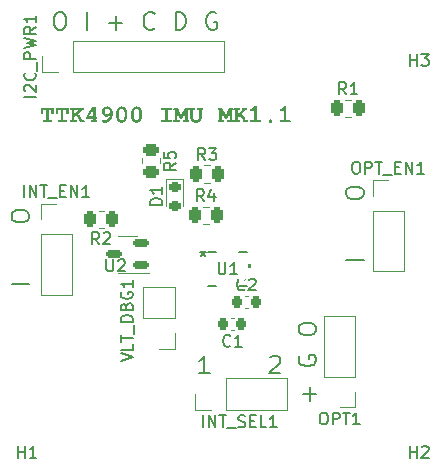
<source format=gto>
G04 #@! TF.GenerationSoftware,KiCad,Pcbnew,7.0.8-7.0.8~ubuntu22.04.1*
G04 #@! TF.CreationDate,2024-01-26T15:47:29+01:00*
G04 #@! TF.ProjectId,imu,696d752e-6b69-4636-9164-5f7063625858,rev?*
G04 #@! TF.SameCoordinates,Original*
G04 #@! TF.FileFunction,Legend,Top*
G04 #@! TF.FilePolarity,Positive*
%FSLAX46Y46*%
G04 Gerber Fmt 4.6, Leading zero omitted, Abs format (unit mm)*
G04 Created by KiCad (PCBNEW 7.0.8-7.0.8~ubuntu22.04.1) date 2024-01-26 15:47:29*
%MOMM*%
%LPD*%
G01*
G04 APERTURE LIST*
G04 Aperture macros list*
%AMRoundRect*
0 Rectangle with rounded corners*
0 $1 Rounding radius*
0 $2 $3 $4 $5 $6 $7 $8 $9 X,Y pos of 4 corners*
0 Add a 4 corners polygon primitive as box body*
4,1,4,$2,$3,$4,$5,$6,$7,$8,$9,$2,$3,0*
0 Add four circle primitives for the rounded corners*
1,1,$1+$1,$2,$3*
1,1,$1+$1,$4,$5*
1,1,$1+$1,$6,$7*
1,1,$1+$1,$8,$9*
0 Add four rect primitives between the rounded corners*
20,1,$1+$1,$2,$3,$4,$5,0*
20,1,$1+$1,$4,$5,$6,$7,0*
20,1,$1+$1,$6,$7,$8,$9,0*
20,1,$1+$1,$8,$9,$2,$3,0*%
G04 Aperture macros list end*
%ADD10C,0.300000*%
%ADD11C,0.187500*%
%ADD12C,0.150000*%
%ADD13C,0.120000*%
%ADD14C,0.152400*%
%ADD15RoundRect,0.250000X-0.262500X-0.450000X0.262500X-0.450000X0.262500X0.450000X-0.262500X0.450000X0*%
%ADD16R,1.700000X1.700000*%
%ADD17O,1.700000X1.700000*%
%ADD18RoundRect,0.225000X0.225000X0.250000X-0.225000X0.250000X-0.225000X-0.250000X0.225000X-0.250000X0*%
%ADD19C,3.600000*%
%ADD20C,5.600000*%
%ADD21RoundRect,0.218750X-0.256250X0.218750X-0.256250X-0.218750X0.256250X-0.218750X0.256250X0.218750X0*%
%ADD22RoundRect,0.250000X-0.450000X0.262500X-0.450000X-0.262500X0.450000X-0.262500X0.450000X0.262500X0*%
%ADD23RoundRect,0.150000X0.512500X0.150000X-0.512500X0.150000X-0.512500X-0.150000X0.512500X-0.150000X0*%
%ADD24R,0.576580X0.351536*%
%ADD25R,0.351536X0.576580*%
%ADD26RoundRect,0.225000X-0.225000X-0.250000X0.225000X-0.250000X0.225000X0.250000X-0.225000X0.250000X0*%
%ADD27RoundRect,0.250000X0.262500X0.450000X-0.262500X0.450000X-0.262500X-0.450000X0.262500X-0.450000X0*%
G04 APERTURE END LIST*
D10*
G36*
X86381498Y-47879558D02*
G01*
X86398401Y-47879970D01*
X86414213Y-47881206D01*
X86428935Y-47883267D01*
X86448973Y-47887904D01*
X86466558Y-47894395D01*
X86481688Y-47902742D01*
X86494365Y-47912943D01*
X86504589Y-47924998D01*
X86512359Y-47938909D01*
X86517675Y-47954674D01*
X86520538Y-47972294D01*
X86521083Y-47985071D01*
X86519856Y-48003927D01*
X86516176Y-48020928D01*
X86510042Y-48036075D01*
X86501454Y-48049368D01*
X86490412Y-48060805D01*
X86476917Y-48070388D01*
X86460969Y-48078116D01*
X86442566Y-48083989D01*
X86421711Y-48088008D01*
X86406443Y-48089656D01*
X86390086Y-48090480D01*
X86381498Y-48090584D01*
X85894234Y-48090584D01*
X85877375Y-48090171D01*
X85861604Y-48088935D01*
X85846921Y-48086874D01*
X85826936Y-48082237D01*
X85809397Y-48075746D01*
X85794306Y-48067400D01*
X85781662Y-48057199D01*
X85771466Y-48045143D01*
X85763716Y-48031232D01*
X85758414Y-48015467D01*
X85755559Y-47997848D01*
X85755015Y-47985071D01*
X85755576Y-47970387D01*
X85757855Y-47953756D01*
X85761887Y-47939039D01*
X85769040Y-47923905D01*
X85778717Y-47911527D01*
X85790919Y-47901906D01*
X85805490Y-47894311D01*
X85819326Y-47889182D01*
X85834699Y-47885145D01*
X85851612Y-47882198D01*
X85866249Y-47880627D01*
X85881871Y-47879754D01*
X85894234Y-47879558D01*
X86031254Y-47879558D01*
X86031254Y-47071358D01*
X85805573Y-47071358D01*
X85805573Y-47267729D01*
X85805161Y-47284588D01*
X85803925Y-47300359D01*
X85801864Y-47315042D01*
X85797227Y-47335027D01*
X85790736Y-47352566D01*
X85782389Y-47367657D01*
X85772189Y-47380300D01*
X85760133Y-47390497D01*
X85746222Y-47398247D01*
X85730457Y-47403549D01*
X85712838Y-47406404D01*
X85700061Y-47406948D01*
X85681204Y-47405724D01*
X85664203Y-47402053D01*
X85649056Y-47395935D01*
X85635764Y-47387370D01*
X85624326Y-47376358D01*
X85614743Y-47362898D01*
X85607015Y-47346991D01*
X85601142Y-47328637D01*
X85597124Y-47307836D01*
X85595475Y-47292609D01*
X85594651Y-47276295D01*
X85594548Y-47267729D01*
X85594548Y-46860332D01*
X86683382Y-46860332D01*
X86683382Y-47267729D01*
X86683033Y-47284090D01*
X86681986Y-47299466D01*
X86679694Y-47317301D01*
X86676311Y-47333598D01*
X86671837Y-47348356D01*
X86665028Y-47364035D01*
X86661034Y-47371044D01*
X86651413Y-47383246D01*
X86639035Y-47392923D01*
X86623901Y-47400076D01*
X86609184Y-47404108D01*
X86592553Y-47406387D01*
X86577869Y-47406948D01*
X86559013Y-47405724D01*
X86542011Y-47402053D01*
X86526865Y-47395935D01*
X86513572Y-47387370D01*
X86502135Y-47376358D01*
X86492552Y-47362898D01*
X86484824Y-47346991D01*
X86478951Y-47328637D01*
X86474932Y-47307836D01*
X86473284Y-47292609D01*
X86472459Y-47276295D01*
X86472356Y-47267729D01*
X86472356Y-47071358D01*
X86242280Y-47071358D01*
X86242280Y-47879558D01*
X86381498Y-47879558D01*
G37*
G36*
X87640326Y-47879558D02*
G01*
X87657229Y-47879970D01*
X87673041Y-47881206D01*
X87687763Y-47883267D01*
X87707801Y-47887904D01*
X87725385Y-47894395D01*
X87740516Y-47902742D01*
X87753193Y-47912943D01*
X87763417Y-47924998D01*
X87771186Y-47938909D01*
X87776503Y-47954674D01*
X87779365Y-47972294D01*
X87779911Y-47985071D01*
X87778684Y-48003927D01*
X87775003Y-48020928D01*
X87768869Y-48036075D01*
X87760281Y-48049368D01*
X87749240Y-48060805D01*
X87735745Y-48070388D01*
X87719796Y-48078116D01*
X87701394Y-48083989D01*
X87680538Y-48088008D01*
X87665271Y-48089656D01*
X87648913Y-48090480D01*
X87640326Y-48090584D01*
X87153061Y-48090584D01*
X87136203Y-48090171D01*
X87120432Y-48088935D01*
X87105749Y-48086874D01*
X87085763Y-48082237D01*
X87068225Y-48075746D01*
X87053134Y-48067400D01*
X87040490Y-48057199D01*
X87030293Y-48045143D01*
X87022544Y-48031232D01*
X87017242Y-48015467D01*
X87014387Y-47997848D01*
X87013843Y-47985071D01*
X87014404Y-47970387D01*
X87016683Y-47953756D01*
X87020715Y-47939039D01*
X87027868Y-47923905D01*
X87037545Y-47911527D01*
X87049747Y-47901906D01*
X87064318Y-47894311D01*
X87078153Y-47889182D01*
X87093527Y-47885145D01*
X87110439Y-47882198D01*
X87125077Y-47880627D01*
X87140699Y-47879754D01*
X87153061Y-47879558D01*
X87290081Y-47879558D01*
X87290081Y-47071358D01*
X87064401Y-47071358D01*
X87064401Y-47267729D01*
X87063989Y-47284588D01*
X87062752Y-47300359D01*
X87060692Y-47315042D01*
X87056055Y-47335027D01*
X87049563Y-47352566D01*
X87041217Y-47367657D01*
X87031016Y-47380300D01*
X87018960Y-47390497D01*
X87005050Y-47398247D01*
X86989285Y-47403549D01*
X86971665Y-47406404D01*
X86958888Y-47406948D01*
X86940032Y-47405724D01*
X86923030Y-47402053D01*
X86907883Y-47395935D01*
X86894591Y-47387370D01*
X86883154Y-47376358D01*
X86873571Y-47362898D01*
X86865843Y-47346991D01*
X86859970Y-47328637D01*
X86855951Y-47307836D01*
X86854303Y-47292609D01*
X86853478Y-47276295D01*
X86853375Y-47267729D01*
X86853375Y-46860332D01*
X87942210Y-46860332D01*
X87942210Y-47267729D01*
X87941861Y-47284090D01*
X87940813Y-47299466D01*
X87938522Y-47317301D01*
X87935139Y-47333598D01*
X87930665Y-47348356D01*
X87923856Y-47364035D01*
X87919862Y-47371044D01*
X87910240Y-47383246D01*
X87897863Y-47392923D01*
X87882729Y-47400076D01*
X87868011Y-47404108D01*
X87851380Y-47406387D01*
X87836697Y-47406948D01*
X87817841Y-47405724D01*
X87800839Y-47402053D01*
X87785692Y-47395935D01*
X87772400Y-47387370D01*
X87760963Y-47376358D01*
X87751380Y-47362898D01*
X87743652Y-47346991D01*
X87737779Y-47328637D01*
X87733760Y-47307836D01*
X87732111Y-47292609D01*
X87731287Y-47276295D01*
X87731184Y-47267729D01*
X87731184Y-47071358D01*
X87501107Y-47071358D01*
X87501107Y-47879558D01*
X87640326Y-47879558D01*
G37*
G36*
X88506777Y-46860332D02*
G01*
X88523636Y-46860744D01*
X88539407Y-46861981D01*
X88554090Y-46864042D01*
X88574075Y-46868679D01*
X88591613Y-46875170D01*
X88606705Y-46883516D01*
X88619348Y-46893717D01*
X88629545Y-46905773D01*
X88637295Y-46919683D01*
X88642597Y-46935448D01*
X88645452Y-46953068D01*
X88645996Y-46965845D01*
X88644772Y-46984701D01*
X88641101Y-47001703D01*
X88634983Y-47016850D01*
X88626418Y-47030142D01*
X88615406Y-47041580D01*
X88601946Y-47051162D01*
X88586039Y-47058890D01*
X88567685Y-47064764D01*
X88546884Y-47068782D01*
X88531657Y-47070431D01*
X88515342Y-47071255D01*
X88506777Y-47071358D01*
X88432772Y-47071358D01*
X88432772Y-47385699D01*
X88808661Y-47062932D01*
X88793291Y-47055919D01*
X88779970Y-47047522D01*
X88768699Y-47037738D01*
X88757492Y-47023562D01*
X88749486Y-47007220D01*
X88745388Y-46992588D01*
X88743338Y-46976571D01*
X88743082Y-46968043D01*
X88744306Y-46948794D01*
X88747977Y-46931438D01*
X88754095Y-46915976D01*
X88762660Y-46902407D01*
X88773672Y-46890731D01*
X88787132Y-46880949D01*
X88803039Y-46873060D01*
X88821393Y-46867064D01*
X88842194Y-46862962D01*
X88857421Y-46861279D01*
X88873735Y-46860437D01*
X88882301Y-46860332D01*
X89093326Y-46860332D01*
X89110185Y-46860744D01*
X89125956Y-46861981D01*
X89140639Y-46864042D01*
X89160624Y-46868679D01*
X89178163Y-46875170D01*
X89193254Y-46883516D01*
X89205898Y-46893717D01*
X89216094Y-46905773D01*
X89223844Y-46919683D01*
X89229146Y-46935448D01*
X89232001Y-46953068D01*
X89232545Y-46965845D01*
X89231395Y-46984701D01*
X89227947Y-47001703D01*
X89222199Y-47016850D01*
X89214152Y-47030142D01*
X89203806Y-47041580D01*
X89191161Y-47051162D01*
X89176217Y-47058890D01*
X89158974Y-47064764D01*
X89139432Y-47068782D01*
X89117591Y-47070946D01*
X89101753Y-47071358D01*
X88730626Y-47394125D01*
X88755975Y-47408644D01*
X88768496Y-47416694D01*
X88780915Y-47425272D01*
X88793232Y-47434377D01*
X88805446Y-47444009D01*
X88817558Y-47454169D01*
X88829567Y-47464856D01*
X88841474Y-47476071D01*
X88853279Y-47487813D01*
X88864982Y-47500082D01*
X88876582Y-47512879D01*
X88888080Y-47526203D01*
X88899475Y-47540054D01*
X88910769Y-47554433D01*
X88921960Y-47569339D01*
X88933048Y-47584772D01*
X88944034Y-47600733D01*
X88954918Y-47617221D01*
X88965700Y-47634237D01*
X88976379Y-47651780D01*
X88986956Y-47669850D01*
X88997431Y-47688448D01*
X89007803Y-47707573D01*
X89018073Y-47727225D01*
X89028241Y-47747405D01*
X89038306Y-47768112D01*
X89048269Y-47789346D01*
X89058130Y-47811108D01*
X89067888Y-47833397D01*
X89077545Y-47856214D01*
X89087098Y-47879558D01*
X89154509Y-47879558D01*
X89171412Y-47879970D01*
X89187224Y-47881206D01*
X89201946Y-47883267D01*
X89221984Y-47887904D01*
X89239569Y-47894395D01*
X89254700Y-47902742D01*
X89267377Y-47912943D01*
X89277600Y-47924998D01*
X89285370Y-47938909D01*
X89290686Y-47954674D01*
X89293549Y-47972294D01*
X89294094Y-47985071D01*
X89292867Y-48003927D01*
X89289187Y-48020928D01*
X89283053Y-48036075D01*
X89274465Y-48049368D01*
X89263424Y-48060805D01*
X89249929Y-48070388D01*
X89233980Y-48078116D01*
X89215578Y-48083989D01*
X89194722Y-48088008D01*
X89179455Y-48089656D01*
X89163097Y-48090480D01*
X89154509Y-48090584D01*
X88922601Y-48090584D01*
X88917954Y-48076557D01*
X88908531Y-48048974D01*
X88898937Y-48022017D01*
X88889171Y-47995688D01*
X88879234Y-47969985D01*
X88869124Y-47944909D01*
X88858843Y-47920460D01*
X88848390Y-47896638D01*
X88837766Y-47873442D01*
X88826970Y-47850874D01*
X88816002Y-47828932D01*
X88804862Y-47807617D01*
X88793550Y-47786929D01*
X88782067Y-47766867D01*
X88770412Y-47747433D01*
X88758585Y-47728625D01*
X88752608Y-47719456D01*
X88740605Y-47701684D01*
X88728594Y-47684818D01*
X88716574Y-47668860D01*
X88704545Y-47653809D01*
X88692508Y-47639665D01*
X88680463Y-47626429D01*
X88668408Y-47614100D01*
X88656345Y-47602678D01*
X88644274Y-47592164D01*
X88632194Y-47582556D01*
X88620105Y-47573857D01*
X88601956Y-47562508D01*
X88583788Y-47553202D01*
X88565601Y-47545936D01*
X88559534Y-47543968D01*
X88432772Y-47651679D01*
X88432772Y-47879558D01*
X88506777Y-47879558D01*
X88523636Y-47879970D01*
X88539407Y-47881206D01*
X88554090Y-47883267D01*
X88574075Y-47887904D01*
X88591613Y-47894395D01*
X88606705Y-47902742D01*
X88619348Y-47912943D01*
X88629545Y-47924998D01*
X88637295Y-47938909D01*
X88642597Y-47954674D01*
X88645452Y-47972294D01*
X88645996Y-47985071D01*
X88644772Y-48003927D01*
X88641101Y-48020928D01*
X88634983Y-48036075D01*
X88626418Y-48049368D01*
X88615406Y-48060805D01*
X88601946Y-48070388D01*
X88586039Y-48078116D01*
X88567685Y-48083989D01*
X88546884Y-48088008D01*
X88531657Y-48089656D01*
X88515342Y-48090480D01*
X88506777Y-48090584D01*
X88190239Y-48090584D01*
X88173380Y-48090171D01*
X88157609Y-48088935D01*
X88142926Y-48086874D01*
X88122941Y-48082237D01*
X88105402Y-48075746D01*
X88090311Y-48067400D01*
X88077667Y-48057199D01*
X88067471Y-48045143D01*
X88059721Y-48031232D01*
X88054419Y-48015467D01*
X88051564Y-47997848D01*
X88051020Y-47985071D01*
X88052244Y-47966214D01*
X88055914Y-47949213D01*
X88062032Y-47934066D01*
X88070598Y-47920774D01*
X88081610Y-47909336D01*
X88095070Y-47899754D01*
X88110976Y-47892026D01*
X88129330Y-47886152D01*
X88150132Y-47882134D01*
X88165359Y-47880485D01*
X88181673Y-47879661D01*
X88190239Y-47879558D01*
X88221746Y-47879558D01*
X88221746Y-47071358D01*
X88190239Y-47071358D01*
X88173380Y-47070946D01*
X88157609Y-47069709D01*
X88142926Y-47067649D01*
X88122941Y-47063012D01*
X88105402Y-47056520D01*
X88090311Y-47048174D01*
X88077667Y-47037973D01*
X88067471Y-47025917D01*
X88059721Y-47012007D01*
X88054419Y-46996242D01*
X88051564Y-46978622D01*
X88051020Y-46965845D01*
X88051581Y-46951162D01*
X88053860Y-46934531D01*
X88057892Y-46919814D01*
X88065045Y-46904680D01*
X88074722Y-46892302D01*
X88086924Y-46882680D01*
X88101495Y-46875086D01*
X88115331Y-46869957D01*
X88130704Y-46865919D01*
X88147616Y-46862973D01*
X88162254Y-46861402D01*
X88177876Y-46860529D01*
X88190239Y-46860332D01*
X88506777Y-46860332D01*
G37*
G36*
X90225758Y-47588298D02*
G01*
X90241330Y-47588710D01*
X90262804Y-47590874D01*
X90282018Y-47594893D01*
X90298972Y-47600766D01*
X90313664Y-47608494D01*
X90326097Y-47618077D01*
X90336269Y-47629514D01*
X90344180Y-47642806D01*
X90349831Y-47657953D01*
X90353222Y-47674955D01*
X90354352Y-47693811D01*
X90353222Y-47711983D01*
X90349831Y-47728441D01*
X90344180Y-47743186D01*
X90336269Y-47756219D01*
X90326097Y-47767538D01*
X90313664Y-47777145D01*
X90298972Y-47785038D01*
X90282018Y-47791218D01*
X90262804Y-47795685D01*
X90241330Y-47798439D01*
X90225758Y-47799324D01*
X90225758Y-47879558D01*
X90241330Y-47879970D01*
X90262804Y-47882134D01*
X90282018Y-47886152D01*
X90298972Y-47892026D01*
X90313664Y-47899754D01*
X90326097Y-47909336D01*
X90336269Y-47920774D01*
X90344180Y-47934066D01*
X90349831Y-47949213D01*
X90353222Y-47966214D01*
X90354352Y-47985071D01*
X90353109Y-48003927D01*
X90349381Y-48020928D01*
X90343166Y-48036075D01*
X90334466Y-48049368D01*
X90323279Y-48060805D01*
X90309607Y-48070388D01*
X90293449Y-48078116D01*
X90274805Y-48083989D01*
X90253676Y-48088008D01*
X90238208Y-48089656D01*
X90221636Y-48090480D01*
X90212936Y-48090584D01*
X89934499Y-48090584D01*
X89917640Y-48090171D01*
X89901869Y-48088935D01*
X89887186Y-48086874D01*
X89867201Y-48082237D01*
X89849663Y-48075746D01*
X89834572Y-48067400D01*
X89821928Y-48057199D01*
X89811731Y-48045143D01*
X89803982Y-48031232D01*
X89798679Y-48015467D01*
X89795824Y-47997848D01*
X89795280Y-47985071D01*
X89796504Y-47966214D01*
X89800175Y-47949213D01*
X89806293Y-47934066D01*
X89814858Y-47920774D01*
X89825870Y-47909336D01*
X89839330Y-47899754D01*
X89855237Y-47892026D01*
X89873591Y-47886152D01*
X89894392Y-47882134D01*
X89909619Y-47880485D01*
X89925934Y-47879661D01*
X89934499Y-47879558D01*
X90014733Y-47879558D01*
X90014733Y-47799324D01*
X89440640Y-47799324D01*
X89440640Y-47624202D01*
X89462213Y-47588298D01*
X89698194Y-47588298D01*
X90014733Y-47588298D01*
X90014733Y-47077586D01*
X89698194Y-47588298D01*
X89462213Y-47588298D01*
X89949153Y-46777900D01*
X90225758Y-46777900D01*
X90225758Y-47588298D01*
G37*
G36*
X91222540Y-46744427D02*
G01*
X91239013Y-46745122D01*
X91255203Y-46746281D01*
X91271110Y-46747904D01*
X91286734Y-46749991D01*
X91302074Y-46752541D01*
X91317130Y-46755555D01*
X91331904Y-46759033D01*
X91346394Y-46762974D01*
X91360600Y-46767379D01*
X91374524Y-46772247D01*
X91394877Y-46780420D01*
X91414593Y-46789635D01*
X91433672Y-46799894D01*
X91439890Y-46803546D01*
X91458068Y-46814960D01*
X91475370Y-46827082D01*
X91491796Y-46839912D01*
X91507346Y-46853451D01*
X91522021Y-46867699D01*
X91535820Y-46882655D01*
X91548743Y-46898319D01*
X91560790Y-46914692D01*
X91571961Y-46931773D01*
X91582256Y-46949562D01*
X91588633Y-46961815D01*
X91597731Y-46980395D01*
X91606339Y-46999038D01*
X91614458Y-47017747D01*
X91622087Y-47036519D01*
X91629227Y-47055356D01*
X91635877Y-47074258D01*
X91642038Y-47093223D01*
X91647710Y-47112254D01*
X91652892Y-47131348D01*
X91657584Y-47150507D01*
X91660441Y-47163316D01*
X91664435Y-47182565D01*
X91668036Y-47201981D01*
X91671244Y-47221565D01*
X91674059Y-47241317D01*
X91676482Y-47261236D01*
X91678512Y-47281322D01*
X91680148Y-47301576D01*
X91681392Y-47321997D01*
X91682243Y-47342586D01*
X91682702Y-47363342D01*
X91682789Y-47377272D01*
X91682631Y-47394603D01*
X91682155Y-47411789D01*
X91681363Y-47428832D01*
X91680253Y-47445731D01*
X91678827Y-47462486D01*
X91677083Y-47479097D01*
X91675023Y-47495565D01*
X91672645Y-47511888D01*
X91669951Y-47528068D01*
X91666940Y-47544104D01*
X91663611Y-47559996D01*
X91659966Y-47575744D01*
X91656003Y-47591349D01*
X91651724Y-47606809D01*
X91647128Y-47622126D01*
X91642214Y-47637299D01*
X91636984Y-47652328D01*
X91631437Y-47667214D01*
X91625572Y-47681955D01*
X91619391Y-47696553D01*
X91612893Y-47711007D01*
X91606077Y-47725317D01*
X91598945Y-47739483D01*
X91591496Y-47753505D01*
X91583729Y-47767384D01*
X91575646Y-47781119D01*
X91567246Y-47794710D01*
X91558529Y-47808157D01*
X91549494Y-47821460D01*
X91540143Y-47834619D01*
X91530475Y-47847635D01*
X91520490Y-47860507D01*
X91507083Y-47876600D01*
X91493515Y-47892183D01*
X91479786Y-47907255D01*
X91465896Y-47921816D01*
X91451845Y-47935865D01*
X91437633Y-47949404D01*
X91423260Y-47962433D01*
X91408726Y-47974950D01*
X91394031Y-47986956D01*
X91379175Y-47998451D01*
X91364158Y-48009436D01*
X91348980Y-48019910D01*
X91333641Y-48029872D01*
X91318141Y-48039324D01*
X91302480Y-48048265D01*
X91286658Y-48056695D01*
X91270675Y-48064614D01*
X91254531Y-48072022D01*
X91238226Y-48078919D01*
X91221760Y-48085306D01*
X91205133Y-48091181D01*
X91188345Y-48096546D01*
X91171396Y-48101399D01*
X91154286Y-48105742D01*
X91137015Y-48109574D01*
X91119583Y-48112895D01*
X91101990Y-48115704D01*
X91084236Y-48118004D01*
X91066321Y-48119792D01*
X91048245Y-48121069D01*
X91030008Y-48121835D01*
X91011610Y-48122091D01*
X90991048Y-48121759D01*
X90971265Y-48120764D01*
X90952262Y-48119106D01*
X90934038Y-48116784D01*
X90916593Y-48113799D01*
X90899927Y-48110151D01*
X90884041Y-48105839D01*
X90868934Y-48100865D01*
X90854606Y-48095226D01*
X90841057Y-48088925D01*
X90832458Y-48084355D01*
X90816658Y-48074469D01*
X90802965Y-48063862D01*
X90791379Y-48052533D01*
X90781899Y-48040483D01*
X90774526Y-48027712D01*
X90768272Y-48010734D01*
X90765310Y-47992628D01*
X90765047Y-47985071D01*
X90766154Y-47968898D01*
X90769477Y-47953626D01*
X90775016Y-47939256D01*
X90782769Y-47925788D01*
X90792739Y-47913222D01*
X90796554Y-47909233D01*
X90808820Y-47898401D01*
X90821988Y-47889810D01*
X90836057Y-47883460D01*
X90851028Y-47879352D01*
X90866900Y-47877484D01*
X90872391Y-47877359D01*
X90888493Y-47879657D01*
X90904053Y-47883355D01*
X90918547Y-47887271D01*
X90932475Y-47891281D01*
X90946661Y-47895186D01*
X90961842Y-47898999D01*
X90977014Y-47902242D01*
X90992502Y-47904506D01*
X90999153Y-47904837D01*
X91019854Y-47904347D01*
X91040283Y-47902879D01*
X91060441Y-47900432D01*
X91080326Y-47897006D01*
X91099939Y-47892601D01*
X91119281Y-47887217D01*
X91138350Y-47880854D01*
X91157148Y-47873513D01*
X91175674Y-47865192D01*
X91193928Y-47855893D01*
X91211909Y-47845615D01*
X91229619Y-47834357D01*
X91247057Y-47822121D01*
X91264224Y-47808907D01*
X91281118Y-47794713D01*
X91297740Y-47779540D01*
X91313852Y-47763565D01*
X91329213Y-47747054D01*
X91343825Y-47730008D01*
X91357687Y-47712427D01*
X91370798Y-47694310D01*
X91383160Y-47675659D01*
X91394772Y-47656472D01*
X91405635Y-47636750D01*
X91415747Y-47616492D01*
X91425109Y-47595700D01*
X91433722Y-47574372D01*
X91441584Y-47552509D01*
X91448697Y-47530111D01*
X91455059Y-47507177D01*
X91460672Y-47483708D01*
X91465535Y-47459704D01*
X91448100Y-47477583D01*
X91430599Y-47494308D01*
X91413032Y-47509880D01*
X91395399Y-47524299D01*
X91377701Y-47537564D01*
X91359936Y-47549675D01*
X91342106Y-47560633D01*
X91324210Y-47570438D01*
X91306248Y-47579089D01*
X91288221Y-47586586D01*
X91270127Y-47592931D01*
X91251968Y-47598121D01*
X91233742Y-47602158D01*
X91215451Y-47605042D01*
X91197095Y-47606772D01*
X91178672Y-47607349D01*
X91157979Y-47606855D01*
X91137668Y-47605374D01*
X91117737Y-47602905D01*
X91098186Y-47599449D01*
X91079016Y-47595006D01*
X91060227Y-47589575D01*
X91041819Y-47583156D01*
X91023791Y-47575750D01*
X91006144Y-47567357D01*
X90988878Y-47557976D01*
X90971992Y-47547607D01*
X90955487Y-47536251D01*
X90939363Y-47523908D01*
X90923619Y-47510577D01*
X90908256Y-47496259D01*
X90893274Y-47480953D01*
X90878989Y-47464902D01*
X90865625Y-47448439D01*
X90853183Y-47431563D01*
X90841663Y-47414275D01*
X90831064Y-47396575D01*
X90821387Y-47378463D01*
X90812631Y-47359939D01*
X90804797Y-47341002D01*
X90797885Y-47321654D01*
X90791894Y-47301893D01*
X90786825Y-47281720D01*
X90782678Y-47261135D01*
X90779452Y-47240138D01*
X90777148Y-47218728D01*
X90775766Y-47196907D01*
X90775351Y-47176871D01*
X90986331Y-47176871D01*
X90986849Y-47193675D01*
X90988404Y-47210016D01*
X90990996Y-47225892D01*
X90994625Y-47241305D01*
X90999291Y-47256255D01*
X91004994Y-47270740D01*
X91011733Y-47284762D01*
X91019509Y-47298321D01*
X91028323Y-47311415D01*
X91038173Y-47324046D01*
X91045315Y-47332209D01*
X91056682Y-47343667D01*
X91068525Y-47353998D01*
X91080845Y-47363202D01*
X91093641Y-47371279D01*
X91106914Y-47378229D01*
X91120663Y-47384051D01*
X91134889Y-47388747D01*
X91149592Y-47392316D01*
X91164771Y-47394758D01*
X91180426Y-47396073D01*
X91191128Y-47396323D01*
X91208050Y-47395533D01*
X91225109Y-47393163D01*
X91242305Y-47389213D01*
X91259638Y-47383684D01*
X91277109Y-47376574D01*
X91294718Y-47367884D01*
X91308014Y-47360330D01*
X91321388Y-47351887D01*
X91330347Y-47345765D01*
X91343550Y-47335978D01*
X91356231Y-47325715D01*
X91368391Y-47314975D01*
X91380029Y-47303759D01*
X91391146Y-47292066D01*
X91401740Y-47279897D01*
X91411814Y-47267251D01*
X91421365Y-47254128D01*
X91430395Y-47240529D01*
X91438904Y-47226453D01*
X91444286Y-47216805D01*
X91441259Y-47199969D01*
X91437949Y-47183717D01*
X91434355Y-47168050D01*
X91430479Y-47152966D01*
X91426318Y-47138466D01*
X91419547Y-47117811D01*
X91412138Y-47098469D01*
X91404091Y-47080441D01*
X91395406Y-47063727D01*
X91386084Y-47048327D01*
X91376125Y-47034241D01*
X91365528Y-47021468D01*
X91361854Y-47017503D01*
X91350405Y-47006372D01*
X91338176Y-46996336D01*
X91325169Y-46987396D01*
X91311382Y-46979550D01*
X91296815Y-46972798D01*
X91281470Y-46967142D01*
X91265345Y-46962580D01*
X91248441Y-46959113D01*
X91230758Y-46956741D01*
X91212296Y-46955464D01*
X91199555Y-46955221D01*
X91181309Y-46955742D01*
X91163804Y-46957307D01*
X91147040Y-46959915D01*
X91131016Y-46963567D01*
X91115733Y-46968262D01*
X91101190Y-46974000D01*
X91087388Y-46980781D01*
X91074327Y-46988606D01*
X91062006Y-46997473D01*
X91050426Y-47007385D01*
X91043117Y-47014572D01*
X91032969Y-47026021D01*
X91023819Y-47038249D01*
X91015667Y-47051257D01*
X91008513Y-47065044D01*
X91002357Y-47079610D01*
X90997200Y-47094956D01*
X90993041Y-47111080D01*
X90989880Y-47127984D01*
X90987717Y-47145667D01*
X90986552Y-47164130D01*
X90986331Y-47176871D01*
X90775351Y-47176871D01*
X90775305Y-47174673D01*
X90775750Y-47150961D01*
X90777085Y-47127818D01*
X90779310Y-47105245D01*
X90782426Y-47083242D01*
X90786432Y-47061808D01*
X90791328Y-47040944D01*
X90797113Y-47020650D01*
X90803790Y-47000925D01*
X90811356Y-46981769D01*
X90819812Y-46963183D01*
X90829159Y-46945167D01*
X90839396Y-46927720D01*
X90850523Y-46910843D01*
X90862540Y-46894536D01*
X90875447Y-46878798D01*
X90889244Y-46863630D01*
X90903833Y-46849167D01*
X90919114Y-46835637D01*
X90935088Y-46823040D01*
X90951755Y-46811377D01*
X90969114Y-46800646D01*
X90987166Y-46790849D01*
X91005911Y-46781985D01*
X91025348Y-46774053D01*
X91045478Y-46767055D01*
X91066301Y-46760990D01*
X91087816Y-46755858D01*
X91110024Y-46751659D01*
X91132925Y-46748394D01*
X91156518Y-46746061D01*
X91180804Y-46744661D01*
X91205783Y-46744195D01*
X91222540Y-46744427D01*
G37*
G36*
X92460666Y-46744863D02*
G01*
X92487394Y-46746868D01*
X92513285Y-46750210D01*
X92538341Y-46754888D01*
X92562561Y-46760903D01*
X92585946Y-46768255D01*
X92608494Y-46776943D01*
X92630207Y-46786968D01*
X92651084Y-46798329D01*
X92671125Y-46811028D01*
X92690331Y-46825063D01*
X92708701Y-46840434D01*
X92726235Y-46857142D01*
X92742933Y-46875187D01*
X92758795Y-46894569D01*
X92773822Y-46915287D01*
X92788019Y-46936925D01*
X92801299Y-46959159D01*
X92813664Y-46981988D01*
X92825113Y-47005413D01*
X92835646Y-47029432D01*
X92845263Y-47054047D01*
X92853964Y-47079258D01*
X92861749Y-47105064D01*
X92868619Y-47131465D01*
X92874572Y-47158461D01*
X92879610Y-47186053D01*
X92883731Y-47214240D01*
X92886937Y-47243023D01*
X92888196Y-47257637D01*
X92889227Y-47272400D01*
X92890028Y-47287313D01*
X92890601Y-47302374D01*
X92890944Y-47317584D01*
X92891058Y-47332942D01*
X92891058Y-47533343D01*
X92890872Y-47553017D01*
X92890314Y-47572470D01*
X92889384Y-47591703D01*
X92888082Y-47610715D01*
X92886407Y-47629507D01*
X92884361Y-47648078D01*
X92881942Y-47666430D01*
X92879152Y-47684560D01*
X92875989Y-47702471D01*
X92872454Y-47720161D01*
X92868547Y-47737630D01*
X92864268Y-47754879D01*
X92859617Y-47771908D01*
X92854594Y-47788717D01*
X92849198Y-47805305D01*
X92843431Y-47821672D01*
X92837292Y-47837711D01*
X92830689Y-47853403D01*
X92823622Y-47868749D01*
X92816091Y-47883748D01*
X92808097Y-47898401D01*
X92799639Y-47912708D01*
X92790718Y-47926668D01*
X92781332Y-47940283D01*
X92771483Y-47953550D01*
X92761171Y-47966472D01*
X92750395Y-47979047D01*
X92739155Y-47991276D01*
X92727451Y-48003158D01*
X92715284Y-48014695D01*
X92702653Y-48025884D01*
X92689558Y-48036728D01*
X92676063Y-48047065D01*
X92662230Y-48056735D01*
X92648059Y-48065738D01*
X92633550Y-48074074D01*
X92618704Y-48081744D01*
X92603520Y-48088746D01*
X92587998Y-48095081D01*
X92572138Y-48100750D01*
X92555941Y-48105752D01*
X92539406Y-48110087D01*
X92522533Y-48113755D01*
X92505323Y-48116756D01*
X92487774Y-48119090D01*
X92469888Y-48120757D01*
X92451665Y-48121757D01*
X92433103Y-48122091D01*
X92405539Y-48121424D01*
X92378807Y-48119423D01*
X92352908Y-48116089D01*
X92327842Y-48111420D01*
X92303609Y-48105418D01*
X92280209Y-48098083D01*
X92257642Y-48089413D01*
X92235908Y-48079409D01*
X92215006Y-48068072D01*
X92194938Y-48055401D01*
X92175702Y-48041396D01*
X92157300Y-48026058D01*
X92139730Y-48009385D01*
X92122993Y-47991379D01*
X92107089Y-47972039D01*
X92092018Y-47951365D01*
X92077866Y-47929682D01*
X92064627Y-47907407D01*
X92052300Y-47884539D01*
X92040887Y-47861079D01*
X92030387Y-47837027D01*
X92020800Y-47812381D01*
X92012126Y-47787144D01*
X92004365Y-47761314D01*
X91997517Y-47734891D01*
X91991583Y-47707876D01*
X91986561Y-47680268D01*
X91982452Y-47652068D01*
X91979257Y-47623276D01*
X91978001Y-47608657D01*
X91976974Y-47593891D01*
X91976175Y-47578976D01*
X91975604Y-47563913D01*
X91975262Y-47548702D01*
X91975259Y-47548364D01*
X92186174Y-47548364D01*
X92186437Y-47568672D01*
X92187227Y-47588470D01*
X92188544Y-47607758D01*
X92190387Y-47626537D01*
X92192757Y-47644807D01*
X92195653Y-47662567D01*
X92199077Y-47679818D01*
X92203026Y-47696559D01*
X92207503Y-47712790D01*
X92212506Y-47728513D01*
X92218036Y-47743725D01*
X92224092Y-47758428D01*
X92230675Y-47772622D01*
X92237785Y-47786307D01*
X92245422Y-47799481D01*
X92253585Y-47812147D01*
X92262229Y-47824125D01*
X92275838Y-47840644D01*
X92290221Y-47855423D01*
X92305377Y-47868464D01*
X92321305Y-47879767D01*
X92338006Y-47889330D01*
X92355480Y-47897155D01*
X92373726Y-47903240D01*
X92392746Y-47907587D01*
X92412538Y-47910196D01*
X92433103Y-47911065D01*
X92453665Y-47910196D01*
X92473448Y-47907587D01*
X92492451Y-47903240D01*
X92510675Y-47897155D01*
X92528120Y-47889330D01*
X92544786Y-47879767D01*
X92560672Y-47868464D01*
X92575779Y-47855423D01*
X92590107Y-47840644D01*
X92603656Y-47824125D01*
X92612255Y-47812147D01*
X92620463Y-47799481D01*
X92628141Y-47786307D01*
X92635289Y-47772622D01*
X92641908Y-47758428D01*
X92647997Y-47743725D01*
X92653557Y-47728513D01*
X92658587Y-47712790D01*
X92663088Y-47696559D01*
X92667060Y-47679818D01*
X92670501Y-47662567D01*
X92673414Y-47644807D01*
X92675797Y-47626537D01*
X92677650Y-47607758D01*
X92678974Y-47588470D01*
X92679768Y-47568672D01*
X92680033Y-47548364D01*
X92680033Y-47318288D01*
X92679768Y-47297980D01*
X92678974Y-47278182D01*
X92677650Y-47258894D01*
X92675797Y-47240115D01*
X92673414Y-47221845D01*
X92670501Y-47204085D01*
X92667060Y-47186834D01*
X92663088Y-47170093D01*
X92658587Y-47153862D01*
X92653557Y-47138139D01*
X92647997Y-47122927D01*
X92641908Y-47108224D01*
X92635289Y-47094030D01*
X92628141Y-47080345D01*
X92620463Y-47067171D01*
X92612255Y-47054505D01*
X92603656Y-47042483D01*
X92590107Y-47025903D01*
X92575779Y-47011068D01*
X92560672Y-46997979D01*
X92544786Y-46986635D01*
X92528120Y-46977036D01*
X92510675Y-46969183D01*
X92492451Y-46963074D01*
X92473448Y-46958711D01*
X92453665Y-46956093D01*
X92433103Y-46955221D01*
X92412538Y-46956093D01*
X92392746Y-46958711D01*
X92373726Y-46963074D01*
X92355480Y-46969183D01*
X92338006Y-46977036D01*
X92321305Y-46986635D01*
X92305377Y-46997979D01*
X92290221Y-47011068D01*
X92275838Y-47025903D01*
X92262229Y-47042483D01*
X92253585Y-47054505D01*
X92245422Y-47067171D01*
X92237785Y-47080345D01*
X92230675Y-47094030D01*
X92224092Y-47108224D01*
X92218036Y-47122927D01*
X92212506Y-47138139D01*
X92207503Y-47153862D01*
X92203026Y-47170093D01*
X92199077Y-47186834D01*
X92195653Y-47204085D01*
X92192757Y-47221845D01*
X92190387Y-47240115D01*
X92188544Y-47258894D01*
X92187227Y-47278182D01*
X92186437Y-47297980D01*
X92186174Y-47318288D01*
X92186174Y-47548364D01*
X91975259Y-47548364D01*
X91975148Y-47533343D01*
X91975148Y-47332942D01*
X91975332Y-47313270D01*
X91975886Y-47293821D01*
X91976809Y-47274596D01*
X91978102Y-47255594D01*
X91979763Y-47236815D01*
X91981794Y-47218259D01*
X91984194Y-47199926D01*
X91986963Y-47181817D01*
X91990101Y-47163931D01*
X91993609Y-47146268D01*
X91997486Y-47128829D01*
X92001732Y-47111612D01*
X92006347Y-47094619D01*
X92011332Y-47077850D01*
X92016686Y-47061303D01*
X92022409Y-47044980D01*
X92028593Y-47028941D01*
X92035237Y-47013249D01*
X92042343Y-46997903D01*
X92049909Y-46982904D01*
X92057936Y-46968251D01*
X92066424Y-46953944D01*
X92075373Y-46939984D01*
X92084782Y-46926369D01*
X92094653Y-46913102D01*
X92104984Y-46900180D01*
X92115776Y-46887605D01*
X92127029Y-46875376D01*
X92138742Y-46863494D01*
X92150917Y-46851957D01*
X92163552Y-46840768D01*
X92176648Y-46829924D01*
X92190144Y-46819543D01*
X92203977Y-46809831D01*
X92218147Y-46800789D01*
X92232656Y-46792418D01*
X92247502Y-46784715D01*
X92262687Y-46777683D01*
X92278208Y-46771320D01*
X92294068Y-46765627D01*
X92310265Y-46760604D01*
X92326800Y-46756250D01*
X92343673Y-46752567D01*
X92360884Y-46749553D01*
X92378432Y-46747209D01*
X92396318Y-46745534D01*
X92414542Y-46744530D01*
X92433103Y-46744195D01*
X92460666Y-46744863D01*
G37*
G36*
X93719494Y-46744863D02*
G01*
X93746221Y-46746868D01*
X93772113Y-46750210D01*
X93797169Y-46754888D01*
X93821389Y-46760903D01*
X93844773Y-46768255D01*
X93867322Y-46776943D01*
X93889035Y-46786968D01*
X93909912Y-46798329D01*
X93929953Y-46811028D01*
X93949159Y-46825063D01*
X93967528Y-46840434D01*
X93985062Y-46857142D01*
X94001760Y-46875187D01*
X94017623Y-46894569D01*
X94032650Y-46915287D01*
X94046846Y-46936925D01*
X94060127Y-46959159D01*
X94072492Y-46981988D01*
X94083941Y-47005413D01*
X94094474Y-47029432D01*
X94104091Y-47054047D01*
X94112792Y-47079258D01*
X94120577Y-47105064D01*
X94127446Y-47131465D01*
X94133400Y-47158461D01*
X94138437Y-47186053D01*
X94142559Y-47214240D01*
X94145765Y-47243023D01*
X94147024Y-47257637D01*
X94148054Y-47272400D01*
X94148856Y-47287313D01*
X94149428Y-47302374D01*
X94149772Y-47317584D01*
X94149886Y-47332942D01*
X94149886Y-47533343D01*
X94149700Y-47553017D01*
X94149142Y-47572470D01*
X94148212Y-47591703D01*
X94146909Y-47610715D01*
X94145235Y-47629507D01*
X94143189Y-47648078D01*
X94140770Y-47666430D01*
X94137979Y-47684560D01*
X94134817Y-47702471D01*
X94131282Y-47720161D01*
X94127375Y-47737630D01*
X94123096Y-47754879D01*
X94118445Y-47771908D01*
X94113421Y-47788717D01*
X94108026Y-47805305D01*
X94102259Y-47821672D01*
X94096119Y-47837711D01*
X94089516Y-47853403D01*
X94082449Y-47868749D01*
X94074919Y-47883748D01*
X94066925Y-47898401D01*
X94058467Y-47912708D01*
X94049545Y-47926668D01*
X94040160Y-47940283D01*
X94030311Y-47953550D01*
X94019999Y-47966472D01*
X94009222Y-47979047D01*
X93997982Y-47991276D01*
X93986279Y-48003158D01*
X93974111Y-48014695D01*
X93961480Y-48025884D01*
X93948386Y-48036728D01*
X93934890Y-48047065D01*
X93921057Y-48056735D01*
X93906886Y-48065738D01*
X93892378Y-48074074D01*
X93877531Y-48081744D01*
X93862347Y-48088746D01*
X93846826Y-48095081D01*
X93830966Y-48100750D01*
X93814769Y-48105752D01*
X93798234Y-48110087D01*
X93781361Y-48113755D01*
X93764150Y-48116756D01*
X93746602Y-48119090D01*
X93728716Y-48120757D01*
X93710492Y-48121757D01*
X93691931Y-48122091D01*
X93664366Y-48121424D01*
X93637634Y-48119423D01*
X93611736Y-48116089D01*
X93586670Y-48111420D01*
X93562437Y-48105418D01*
X93539037Y-48098083D01*
X93516469Y-48089413D01*
X93494735Y-48079409D01*
X93473834Y-48068072D01*
X93453765Y-48055401D01*
X93434530Y-48041396D01*
X93416127Y-48026058D01*
X93398557Y-48009385D01*
X93381821Y-47991379D01*
X93365917Y-47972039D01*
X93350846Y-47951365D01*
X93336693Y-47929682D01*
X93323454Y-47907407D01*
X93311128Y-47884539D01*
X93299715Y-47861079D01*
X93289215Y-47837027D01*
X93279628Y-47812381D01*
X93270954Y-47787144D01*
X93263193Y-47761314D01*
X93256345Y-47734891D01*
X93250410Y-47707876D01*
X93245389Y-47680268D01*
X93241280Y-47652068D01*
X93238084Y-47623276D01*
X93236829Y-47608657D01*
X93235802Y-47593891D01*
X93235003Y-47578976D01*
X93234432Y-47563913D01*
X93234090Y-47548702D01*
X93234087Y-47548364D01*
X93445001Y-47548364D01*
X93445265Y-47568672D01*
X93446055Y-47588470D01*
X93447371Y-47607758D01*
X93449214Y-47626537D01*
X93451584Y-47644807D01*
X93454481Y-47662567D01*
X93457904Y-47679818D01*
X93461854Y-47696559D01*
X93466331Y-47712790D01*
X93471334Y-47728513D01*
X93476863Y-47743725D01*
X93482920Y-47758428D01*
X93489503Y-47772622D01*
X93496613Y-47786307D01*
X93504249Y-47799481D01*
X93512412Y-47812147D01*
X93521056Y-47824125D01*
X93534666Y-47840644D01*
X93549049Y-47855423D01*
X93564204Y-47868464D01*
X93580132Y-47879767D01*
X93596833Y-47889330D01*
X93614307Y-47897155D01*
X93632554Y-47903240D01*
X93651573Y-47907587D01*
X93671366Y-47910196D01*
X93691931Y-47911065D01*
X93712493Y-47910196D01*
X93732275Y-47907587D01*
X93751279Y-47903240D01*
X93769503Y-47897155D01*
X93786948Y-47889330D01*
X93803613Y-47879767D01*
X93819500Y-47868464D01*
X93834607Y-47855423D01*
X93848935Y-47840644D01*
X93862483Y-47824125D01*
X93871083Y-47812147D01*
X93879290Y-47799481D01*
X93886968Y-47786307D01*
X93894117Y-47772622D01*
X93900736Y-47758428D01*
X93906825Y-47743725D01*
X93912385Y-47728513D01*
X93917415Y-47712790D01*
X93921916Y-47696559D01*
X93925887Y-47679818D01*
X93929329Y-47662567D01*
X93932241Y-47644807D01*
X93934624Y-47626537D01*
X93936477Y-47607758D01*
X93937801Y-47588470D01*
X93938596Y-47568672D01*
X93938860Y-47548364D01*
X93938860Y-47318288D01*
X93938596Y-47297980D01*
X93937801Y-47278182D01*
X93936477Y-47258894D01*
X93934624Y-47240115D01*
X93932241Y-47221845D01*
X93929329Y-47204085D01*
X93925887Y-47186834D01*
X93921916Y-47170093D01*
X93917415Y-47153862D01*
X93912385Y-47138139D01*
X93906825Y-47122927D01*
X93900736Y-47108224D01*
X93894117Y-47094030D01*
X93886968Y-47080345D01*
X93879290Y-47067171D01*
X93871083Y-47054505D01*
X93862483Y-47042483D01*
X93848935Y-47025903D01*
X93834607Y-47011068D01*
X93819500Y-46997979D01*
X93803613Y-46986635D01*
X93786948Y-46977036D01*
X93769503Y-46969183D01*
X93751279Y-46963074D01*
X93732275Y-46958711D01*
X93712493Y-46956093D01*
X93691931Y-46955221D01*
X93671366Y-46956093D01*
X93651573Y-46958711D01*
X93632554Y-46963074D01*
X93614307Y-46969183D01*
X93596833Y-46977036D01*
X93580132Y-46986635D01*
X93564204Y-46997979D01*
X93549049Y-47011068D01*
X93534666Y-47025903D01*
X93521056Y-47042483D01*
X93512412Y-47054505D01*
X93504249Y-47067171D01*
X93496613Y-47080345D01*
X93489503Y-47094030D01*
X93482920Y-47108224D01*
X93476863Y-47122927D01*
X93471334Y-47138139D01*
X93466331Y-47153862D01*
X93461854Y-47170093D01*
X93457904Y-47186834D01*
X93454481Y-47204085D01*
X93451584Y-47221845D01*
X93449214Y-47240115D01*
X93447371Y-47258894D01*
X93446055Y-47278182D01*
X93445265Y-47297980D01*
X93445001Y-47318288D01*
X93445001Y-47548364D01*
X93234087Y-47548364D01*
X93233975Y-47533343D01*
X93233975Y-47332942D01*
X93234160Y-47313270D01*
X93234714Y-47293821D01*
X93235637Y-47274596D01*
X93236929Y-47255594D01*
X93238591Y-47236815D01*
X93240622Y-47218259D01*
X93243021Y-47199926D01*
X93245791Y-47181817D01*
X93248929Y-47163931D01*
X93252437Y-47146268D01*
X93256314Y-47128829D01*
X93260560Y-47111612D01*
X93265175Y-47094619D01*
X93270160Y-47077850D01*
X93275513Y-47061303D01*
X93281236Y-47044980D01*
X93287420Y-47028941D01*
X93294065Y-47013249D01*
X93301170Y-46997903D01*
X93308737Y-46982904D01*
X93316764Y-46968251D01*
X93325252Y-46953944D01*
X93334200Y-46939984D01*
X93343610Y-46926369D01*
X93353480Y-46913102D01*
X93363811Y-46900180D01*
X93374603Y-46887605D01*
X93385856Y-46875376D01*
X93397570Y-46863494D01*
X93409744Y-46851957D01*
X93422380Y-46840768D01*
X93435476Y-46829924D01*
X93448971Y-46819543D01*
X93462804Y-46809831D01*
X93476975Y-46800789D01*
X93491484Y-46792418D01*
X93506330Y-46784715D01*
X93521514Y-46777683D01*
X93537036Y-46771320D01*
X93552896Y-46765627D01*
X93569093Y-46760604D01*
X93585628Y-46756250D01*
X93602501Y-46752567D01*
X93619711Y-46749553D01*
X93637259Y-46747209D01*
X93655146Y-46745534D01*
X93673369Y-46744530D01*
X93691931Y-46744195D01*
X93719494Y-46744863D01*
G37*
G36*
X96528323Y-47879558D02*
G01*
X96544683Y-47879907D01*
X96560059Y-47880954D01*
X96577894Y-47883246D01*
X96594191Y-47886629D01*
X96608950Y-47891103D01*
X96624629Y-47897912D01*
X96631638Y-47901906D01*
X96643839Y-47911527D01*
X96653516Y-47923905D01*
X96660669Y-47939039D01*
X96664701Y-47953756D01*
X96666980Y-47970387D01*
X96667541Y-47985071D01*
X96666318Y-48003927D01*
X96662647Y-48020928D01*
X96656529Y-48036075D01*
X96647964Y-48049368D01*
X96636951Y-48060805D01*
X96623492Y-48070388D01*
X96607585Y-48078116D01*
X96589231Y-48083989D01*
X96568430Y-48088008D01*
X96553203Y-48089656D01*
X96536888Y-48090480D01*
X96528323Y-48090584D01*
X95890849Y-48090584D01*
X95873991Y-48090171D01*
X95858220Y-48088935D01*
X95843537Y-48086874D01*
X95823551Y-48082237D01*
X95806013Y-48075746D01*
X95790922Y-48067400D01*
X95778278Y-48057199D01*
X95768081Y-48045143D01*
X95760332Y-48031232D01*
X95755030Y-48015467D01*
X95752175Y-47997848D01*
X95751631Y-47985071D01*
X95752192Y-47970387D01*
X95754471Y-47953756D01*
X95758503Y-47939039D01*
X95765656Y-47923905D01*
X95775333Y-47911527D01*
X95787534Y-47901906D01*
X95802106Y-47894311D01*
X95815941Y-47889182D01*
X95831315Y-47885145D01*
X95848227Y-47882198D01*
X95862864Y-47880627D01*
X95878486Y-47879754D01*
X95890849Y-47879558D01*
X96104073Y-47879558D01*
X96104073Y-47071358D01*
X95890849Y-47071358D01*
X95873991Y-47070946D01*
X95858220Y-47069709D01*
X95843537Y-47067649D01*
X95823551Y-47063012D01*
X95806013Y-47056520D01*
X95790922Y-47048174D01*
X95778278Y-47037973D01*
X95768081Y-47025917D01*
X95760332Y-47012007D01*
X95755030Y-46996242D01*
X95752175Y-46978622D01*
X95751631Y-46965845D01*
X95752192Y-46951162D01*
X95754471Y-46934531D01*
X95758503Y-46919814D01*
X95765656Y-46904680D01*
X95775333Y-46892302D01*
X95787534Y-46882680D01*
X95802106Y-46875086D01*
X95815941Y-46869957D01*
X95831315Y-46865919D01*
X95848227Y-46862973D01*
X95862864Y-46861402D01*
X95878486Y-46860529D01*
X95890849Y-46860332D01*
X96528323Y-46860332D01*
X96544683Y-46860681D01*
X96560059Y-46861729D01*
X96577894Y-46864021D01*
X96594191Y-46867403D01*
X96608950Y-46871877D01*
X96624629Y-46878687D01*
X96631638Y-46882680D01*
X96643839Y-46892302D01*
X96653516Y-46904680D01*
X96660669Y-46919814D01*
X96664701Y-46934531D01*
X96666980Y-46951162D01*
X96667541Y-46965845D01*
X96666318Y-46984701D01*
X96662647Y-47001703D01*
X96656529Y-47016850D01*
X96647964Y-47030142D01*
X96636951Y-47041580D01*
X96623492Y-47051162D01*
X96607585Y-47058890D01*
X96589231Y-47064764D01*
X96568430Y-47068782D01*
X96553203Y-47070431D01*
X96536888Y-47071255D01*
X96528323Y-47071358D01*
X96315099Y-47071358D01*
X96315099Y-47879558D01*
X96528323Y-47879558D01*
G37*
G36*
X97597008Y-47985071D02*
G01*
X97597569Y-47970387D01*
X97599848Y-47953756D01*
X97603880Y-47939039D01*
X97611032Y-47923905D01*
X97620710Y-47911527D01*
X97632911Y-47901906D01*
X97647496Y-47894311D01*
X97661361Y-47889182D01*
X97676783Y-47885145D01*
X97693762Y-47882198D01*
X97708465Y-47880627D01*
X97724164Y-47879754D01*
X97736592Y-47879558D01*
X97810232Y-47879558D01*
X97810232Y-47269561D01*
X97576125Y-47801522D01*
X97384150Y-47801522D01*
X97135022Y-47271759D01*
X97135022Y-47879558D01*
X97209028Y-47879558D01*
X97225886Y-47879907D01*
X97241657Y-47880954D01*
X97256340Y-47882700D01*
X97273165Y-47885865D01*
X97288290Y-47890121D01*
X97304197Y-47896668D01*
X97313442Y-47901906D01*
X97325270Y-47911527D01*
X97334651Y-47923905D01*
X97341584Y-47939039D01*
X97345493Y-47953756D01*
X97347702Y-47970387D01*
X97348246Y-47985071D01*
X97347023Y-48003927D01*
X97343352Y-48020928D01*
X97337234Y-48036075D01*
X97328669Y-48049368D01*
X97317656Y-48060805D01*
X97304197Y-48070388D01*
X97288290Y-48078116D01*
X97269936Y-48083989D01*
X97249135Y-48088008D01*
X97233908Y-48089656D01*
X97217593Y-48090480D01*
X97209028Y-48090584D01*
X96936453Y-48090584D01*
X96919372Y-48090171D01*
X96903394Y-48088935D01*
X96888518Y-48086874D01*
X96868269Y-48082237D01*
X96850500Y-48075746D01*
X96835211Y-48067400D01*
X96822400Y-48057199D01*
X96812070Y-48045143D01*
X96804218Y-48031232D01*
X96798846Y-48015467D01*
X96795953Y-47997848D01*
X96795403Y-47985071D01*
X96796533Y-47966214D01*
X96799923Y-47949213D01*
X96805574Y-47934066D01*
X96813486Y-47920774D01*
X96823658Y-47909336D01*
X96836090Y-47899754D01*
X96850783Y-47892026D01*
X96867737Y-47886152D01*
X96886950Y-47882134D01*
X96908424Y-47879970D01*
X96923996Y-47879558D01*
X96923996Y-47073556D01*
X96904354Y-47070804D01*
X96886644Y-47066532D01*
X96870866Y-47060741D01*
X96857020Y-47053429D01*
X96845106Y-47044598D01*
X96832226Y-47030458D01*
X96822781Y-47013617D01*
X96817951Y-46999213D01*
X96815053Y-46983289D01*
X96814087Y-46965845D01*
X96815130Y-46950419D01*
X96818260Y-46935740D01*
X96823477Y-46921808D01*
X96830780Y-46908624D01*
X96840169Y-46896186D01*
X96843763Y-46892206D01*
X96856372Y-46881374D01*
X96869143Y-46874059D01*
X96883971Y-46868301D01*
X96900856Y-46864099D01*
X96915846Y-46861857D01*
X96932152Y-46860612D01*
X96945245Y-46860332D01*
X97183382Y-46860332D01*
X97474642Y-47489013D01*
X97759673Y-46860332D01*
X97991582Y-46860332D01*
X98008485Y-46860744D01*
X98024297Y-46861981D01*
X98039019Y-46864042D01*
X98059057Y-46868679D01*
X98076641Y-46875170D01*
X98091772Y-46883516D01*
X98104449Y-46893717D01*
X98114673Y-46905773D01*
X98122443Y-46919683D01*
X98127759Y-46935448D01*
X98130621Y-46953068D01*
X98131167Y-46965845D01*
X98130201Y-46982896D01*
X98127303Y-46998466D01*
X98122473Y-47012554D01*
X98113027Y-47029035D01*
X98100147Y-47042883D01*
X98088233Y-47051540D01*
X98074387Y-47058716D01*
X98058609Y-47064411D01*
X98040899Y-47068625D01*
X98021257Y-47071358D01*
X98021257Y-47879558D01*
X98036829Y-47879970D01*
X98058303Y-47882134D01*
X98077517Y-47886152D01*
X98094470Y-47892026D01*
X98109163Y-47899754D01*
X98121596Y-47909336D01*
X98131768Y-47920774D01*
X98139679Y-47934066D01*
X98145330Y-47949213D01*
X98148721Y-47966214D01*
X98149851Y-47985071D01*
X98148628Y-48003927D01*
X98144957Y-48020928D01*
X98138839Y-48036075D01*
X98130274Y-48049368D01*
X98119261Y-48060805D01*
X98105802Y-48070388D01*
X98089895Y-48078116D01*
X98071541Y-48083989D01*
X98050740Y-48088008D01*
X98035513Y-48089656D01*
X98019198Y-48090480D01*
X98010633Y-48090584D01*
X97736592Y-48090584D01*
X97719689Y-48090171D01*
X97703877Y-48088935D01*
X97689155Y-48086874D01*
X97669117Y-48082237D01*
X97651533Y-48075746D01*
X97636402Y-48067400D01*
X97623725Y-48057199D01*
X97613501Y-48045143D01*
X97605732Y-48031232D01*
X97600415Y-48015467D01*
X97597553Y-47997848D01*
X97597008Y-47985071D01*
G37*
G36*
X99210476Y-47657907D02*
G01*
X99209915Y-47683211D01*
X99208232Y-47707922D01*
X99205427Y-47732040D01*
X99201500Y-47755566D01*
X99196451Y-47778500D01*
X99190280Y-47800841D01*
X99182987Y-47822589D01*
X99174572Y-47843746D01*
X99165035Y-47864309D01*
X99154376Y-47884280D01*
X99142595Y-47903659D01*
X99129692Y-47922445D01*
X99115668Y-47940639D01*
X99100521Y-47958240D01*
X99084252Y-47975249D01*
X99066861Y-47991665D01*
X99048747Y-48007237D01*
X99030219Y-48021804D01*
X99011275Y-48035367D01*
X98991917Y-48047925D01*
X98972143Y-48059478D01*
X98951954Y-48070027D01*
X98931351Y-48079571D01*
X98910332Y-48088111D01*
X98888898Y-48095645D01*
X98867049Y-48102175D01*
X98844786Y-48107701D01*
X98822107Y-48112222D01*
X98799013Y-48115738D01*
X98775504Y-48118250D01*
X98751580Y-48119757D01*
X98727241Y-48120259D01*
X98702901Y-48119748D01*
X98678973Y-48118215D01*
X98655457Y-48115661D01*
X98632353Y-48112085D01*
X98609661Y-48107486D01*
X98587382Y-48101866D01*
X98565514Y-48095225D01*
X98544059Y-48087561D01*
X98523016Y-48078876D01*
X98502385Y-48069168D01*
X98482167Y-48058439D01*
X98462360Y-48046688D01*
X98442966Y-48033916D01*
X98423983Y-48020121D01*
X98405413Y-48005305D01*
X98387255Y-47989467D01*
X98369909Y-47972802D01*
X98353681Y-47955595D01*
X98338573Y-47937848D01*
X98324584Y-47919560D01*
X98311714Y-47900731D01*
X98299963Y-47881361D01*
X98289332Y-47861450D01*
X98279819Y-47840998D01*
X98271425Y-47820005D01*
X98264151Y-47798471D01*
X98257996Y-47776396D01*
X98252960Y-47753780D01*
X98249043Y-47730623D01*
X98246245Y-47706926D01*
X98244566Y-47682687D01*
X98244007Y-47657907D01*
X98244007Y-47071358D01*
X98228435Y-47070431D01*
X98213868Y-47068748D01*
X98193900Y-47064806D01*
X98176194Y-47059165D01*
X98160747Y-47051823D01*
X98147561Y-47042782D01*
X98136636Y-47032040D01*
X98127971Y-47019598D01*
X98121566Y-47005455D01*
X98117422Y-46989613D01*
X98115539Y-46972071D01*
X98115413Y-46965845D01*
X98115968Y-46951162D01*
X98118224Y-46934531D01*
X98122215Y-46919814D01*
X98129295Y-46904680D01*
X98138873Y-46892302D01*
X98150950Y-46882680D01*
X98165535Y-46875086D01*
X98179400Y-46869957D01*
X98194822Y-46865919D01*
X98211801Y-46862973D01*
X98226504Y-46861402D01*
X98242203Y-46860529D01*
X98254631Y-46860332D01*
X98529038Y-46860332D01*
X98545399Y-46860664D01*
X98560775Y-46861660D01*
X98578610Y-46863839D01*
X98594907Y-46867056D01*
X98609665Y-46871310D01*
X98625344Y-46877784D01*
X98632353Y-46881581D01*
X98644555Y-46890907D01*
X98654232Y-46903220D01*
X98661384Y-46918521D01*
X98665417Y-46933555D01*
X98667696Y-46950664D01*
X98668257Y-46965845D01*
X98667033Y-46984701D01*
X98663362Y-47001703D01*
X98657244Y-47016850D01*
X98648679Y-47030142D01*
X98637667Y-47041580D01*
X98624207Y-47051162D01*
X98608300Y-47058890D01*
X98589946Y-47064764D01*
X98569145Y-47068782D01*
X98553918Y-47070431D01*
X98537603Y-47071255D01*
X98529038Y-47071358D01*
X98455033Y-47071358D01*
X98455033Y-47676958D01*
X98455738Y-47694904D01*
X98457853Y-47712335D01*
X98461379Y-47729251D01*
X98466316Y-47745652D01*
X98472662Y-47761537D01*
X98480419Y-47776907D01*
X98489586Y-47791762D01*
X98500164Y-47806102D01*
X98512152Y-47819926D01*
X98525551Y-47833235D01*
X98535266Y-47841822D01*
X98550587Y-47853869D01*
X98566462Y-47864731D01*
X98582890Y-47874409D01*
X98599872Y-47882901D01*
X98617409Y-47890208D01*
X98635499Y-47896330D01*
X98654142Y-47901268D01*
X98673340Y-47905020D01*
X98693091Y-47907587D01*
X98713397Y-47908970D01*
X98727241Y-47909233D01*
X98747916Y-47908641D01*
X98768037Y-47906863D01*
X98787603Y-47903901D01*
X98806616Y-47899754D01*
X98825076Y-47894421D01*
X98842981Y-47887904D01*
X98860332Y-47880202D01*
X98877130Y-47871314D01*
X98893374Y-47861242D01*
X98909064Y-47849985D01*
X98919216Y-47841822D01*
X98933555Y-47828856D01*
X98946483Y-47815375D01*
X98958001Y-47801379D01*
X98968109Y-47786868D01*
X98976806Y-47771841D01*
X98984093Y-47756299D01*
X98989969Y-47740242D01*
X98994435Y-47723670D01*
X98997491Y-47706582D01*
X98999137Y-47688980D01*
X98999450Y-47676958D01*
X98999450Y-47071358D01*
X98925444Y-47071358D01*
X98908586Y-47070946D01*
X98892815Y-47069709D01*
X98878132Y-47067649D01*
X98858146Y-47063012D01*
X98840608Y-47056520D01*
X98825517Y-47048174D01*
X98812873Y-47037973D01*
X98802677Y-47025917D01*
X98794927Y-47012007D01*
X98789625Y-46996242D01*
X98786770Y-46978622D01*
X98786226Y-46965845D01*
X98786787Y-46951162D01*
X98789066Y-46934531D01*
X98793098Y-46919814D01*
X98800251Y-46904680D01*
X98809928Y-46892302D01*
X98822130Y-46882680D01*
X98836701Y-46875086D01*
X98850536Y-46869957D01*
X98865910Y-46865919D01*
X98882822Y-46862973D01*
X98897460Y-46861402D01*
X98913082Y-46860529D01*
X98925444Y-46860332D01*
X99199851Y-46860332D01*
X99216710Y-46860681D01*
X99232481Y-46861729D01*
X99247164Y-46863475D01*
X99263988Y-46866640D01*
X99279113Y-46870895D01*
X99295020Y-46877443D01*
X99304265Y-46882680D01*
X99316093Y-46892302D01*
X99325474Y-46904680D01*
X99332408Y-46919814D01*
X99336317Y-46934531D01*
X99338526Y-46951162D01*
X99339070Y-46965845D01*
X99337939Y-46984701D01*
X99334549Y-47001703D01*
X99328898Y-47016850D01*
X99320986Y-47030142D01*
X99310814Y-47041580D01*
X99298382Y-47051162D01*
X99283689Y-47058890D01*
X99266736Y-47064764D01*
X99247522Y-47068782D01*
X99226048Y-47070946D01*
X99210476Y-47071358D01*
X99210476Y-47657907D01*
G37*
G36*
X101373490Y-47985071D02*
G01*
X101374051Y-47970387D01*
X101376330Y-47953756D01*
X101380363Y-47939039D01*
X101387515Y-47923905D01*
X101397192Y-47911527D01*
X101409394Y-47901906D01*
X101423979Y-47894311D01*
X101437844Y-47889182D01*
X101453266Y-47885145D01*
X101470245Y-47882198D01*
X101484948Y-47880627D01*
X101500647Y-47879754D01*
X101513075Y-47879558D01*
X101586714Y-47879558D01*
X101586714Y-47269561D01*
X101352608Y-47801522D01*
X101160633Y-47801522D01*
X100911505Y-47271759D01*
X100911505Y-47879558D01*
X100985511Y-47879558D01*
X101002369Y-47879907D01*
X101018140Y-47880954D01*
X101032823Y-47882700D01*
X101049648Y-47885865D01*
X101064773Y-47890121D01*
X101080680Y-47896668D01*
X101089924Y-47901906D01*
X101101753Y-47911527D01*
X101111134Y-47923905D01*
X101118067Y-47939039D01*
X101121976Y-47953756D01*
X101124185Y-47970387D01*
X101124729Y-47985071D01*
X101123505Y-48003927D01*
X101119835Y-48020928D01*
X101113717Y-48036075D01*
X101105152Y-48049368D01*
X101094139Y-48060805D01*
X101080680Y-48070388D01*
X101064773Y-48078116D01*
X101046419Y-48083989D01*
X101025618Y-48088008D01*
X101010391Y-48089656D01*
X100994076Y-48090480D01*
X100985511Y-48090584D01*
X100712936Y-48090584D01*
X100695855Y-48090171D01*
X100679877Y-48088935D01*
X100665001Y-48086874D01*
X100644752Y-48082237D01*
X100626983Y-48075746D01*
X100611694Y-48067400D01*
X100598883Y-48057199D01*
X100588552Y-48045143D01*
X100580701Y-48031232D01*
X100575329Y-48015467D01*
X100572436Y-47997848D01*
X100571885Y-47985071D01*
X100573016Y-47966214D01*
X100576406Y-47949213D01*
X100582057Y-47934066D01*
X100589969Y-47920774D01*
X100600141Y-47909336D01*
X100612573Y-47899754D01*
X100627266Y-47892026D01*
X100644219Y-47886152D01*
X100663433Y-47882134D01*
X100684907Y-47879970D01*
X100700479Y-47879558D01*
X100700479Y-47073556D01*
X100680837Y-47070804D01*
X100663127Y-47066532D01*
X100647349Y-47060741D01*
X100633503Y-47053429D01*
X100621589Y-47044598D01*
X100608709Y-47030458D01*
X100599264Y-47013617D01*
X100594434Y-46999213D01*
X100591536Y-46983289D01*
X100590570Y-46965845D01*
X100591613Y-46950419D01*
X100594743Y-46935740D01*
X100599959Y-46921808D01*
X100607262Y-46908624D01*
X100616652Y-46896186D01*
X100620245Y-46892206D01*
X100632855Y-46881374D01*
X100645626Y-46874059D01*
X100660454Y-46868301D01*
X100677339Y-46864099D01*
X100692329Y-46861857D01*
X100708635Y-46860612D01*
X100721728Y-46860332D01*
X100959865Y-46860332D01*
X101251125Y-47489013D01*
X101536156Y-46860332D01*
X101768065Y-46860332D01*
X101784968Y-46860744D01*
X101800780Y-46861981D01*
X101815502Y-46864042D01*
X101835540Y-46868679D01*
X101853124Y-46875170D01*
X101868255Y-46883516D01*
X101880932Y-46893717D01*
X101891156Y-46905773D01*
X101898925Y-46919683D01*
X101904242Y-46935448D01*
X101907104Y-46953068D01*
X101907650Y-46965845D01*
X101906684Y-46982896D01*
X101903786Y-46998466D01*
X101898956Y-47012554D01*
X101889510Y-47029035D01*
X101876630Y-47042883D01*
X101864716Y-47051540D01*
X101850870Y-47058716D01*
X101835092Y-47064411D01*
X101817382Y-47068625D01*
X101797740Y-47071358D01*
X101797740Y-47879558D01*
X101813312Y-47879970D01*
X101834786Y-47882134D01*
X101854000Y-47886152D01*
X101870953Y-47892026D01*
X101885646Y-47899754D01*
X101898079Y-47909336D01*
X101908251Y-47920774D01*
X101916162Y-47934066D01*
X101921813Y-47949213D01*
X101925204Y-47966214D01*
X101926334Y-47985071D01*
X101925111Y-48003927D01*
X101921440Y-48020928D01*
X101915322Y-48036075D01*
X101906757Y-48049368D01*
X101895744Y-48060805D01*
X101882285Y-48070388D01*
X101866378Y-48078116D01*
X101848024Y-48083989D01*
X101827223Y-48088008D01*
X101811996Y-48089656D01*
X101795681Y-48090480D01*
X101787116Y-48090584D01*
X101513075Y-48090584D01*
X101496172Y-48090171D01*
X101480360Y-48088935D01*
X101465638Y-48086874D01*
X101445600Y-48082237D01*
X101428016Y-48075746D01*
X101412885Y-48067400D01*
X101400208Y-48057199D01*
X101389984Y-48045143D01*
X101382214Y-48031232D01*
X101376898Y-48015467D01*
X101374036Y-47997848D01*
X101373490Y-47985071D01*
G37*
G36*
X102353881Y-46860332D02*
G01*
X102370740Y-46860744D01*
X102386511Y-46861981D01*
X102401194Y-46864042D01*
X102421179Y-46868679D01*
X102438717Y-46875170D01*
X102453809Y-46883516D01*
X102466452Y-46893717D01*
X102476649Y-46905773D01*
X102484398Y-46919683D01*
X102489701Y-46935448D01*
X102492556Y-46953068D01*
X102493100Y-46965845D01*
X102491876Y-46984701D01*
X102488205Y-47001703D01*
X102482087Y-47016850D01*
X102473522Y-47030142D01*
X102462510Y-47041580D01*
X102449050Y-47051162D01*
X102433143Y-47058890D01*
X102414789Y-47064764D01*
X102393988Y-47068782D01*
X102378761Y-47070431D01*
X102362446Y-47071255D01*
X102353881Y-47071358D01*
X102279876Y-47071358D01*
X102279876Y-47385699D01*
X102655765Y-47062932D01*
X102640395Y-47055919D01*
X102627074Y-47047522D01*
X102615803Y-47037738D01*
X102604596Y-47023562D01*
X102596590Y-47007220D01*
X102592492Y-46992588D01*
X102590442Y-46976571D01*
X102590186Y-46968043D01*
X102591410Y-46948794D01*
X102595081Y-46931438D01*
X102601199Y-46915976D01*
X102609764Y-46902407D01*
X102620776Y-46890731D01*
X102634236Y-46880949D01*
X102650143Y-46873060D01*
X102668497Y-46867064D01*
X102689298Y-46862962D01*
X102704525Y-46861279D01*
X102720839Y-46860437D01*
X102729405Y-46860332D01*
X102940430Y-46860332D01*
X102957289Y-46860744D01*
X102973060Y-46861981D01*
X102987743Y-46864042D01*
X103007728Y-46868679D01*
X103025267Y-46875170D01*
X103040358Y-46883516D01*
X103053002Y-46893717D01*
X103063198Y-46905773D01*
X103070948Y-46919683D01*
X103076250Y-46935448D01*
X103079105Y-46953068D01*
X103079649Y-46965845D01*
X103078499Y-46984701D01*
X103075051Y-47001703D01*
X103069303Y-47016850D01*
X103061256Y-47030142D01*
X103050910Y-47041580D01*
X103038265Y-47051162D01*
X103023321Y-47058890D01*
X103006078Y-47064764D01*
X102986536Y-47068782D01*
X102964695Y-47070946D01*
X102948857Y-47071358D01*
X102577730Y-47394125D01*
X102603079Y-47408644D01*
X102615600Y-47416694D01*
X102628019Y-47425272D01*
X102640336Y-47434377D01*
X102652550Y-47444009D01*
X102664662Y-47454169D01*
X102676671Y-47464856D01*
X102688578Y-47476071D01*
X102700383Y-47487813D01*
X102712086Y-47500082D01*
X102723686Y-47512879D01*
X102735184Y-47526203D01*
X102746579Y-47540054D01*
X102757873Y-47554433D01*
X102769064Y-47569339D01*
X102780152Y-47584772D01*
X102791138Y-47600733D01*
X102802022Y-47617221D01*
X102812804Y-47634237D01*
X102823483Y-47651780D01*
X102834060Y-47669850D01*
X102844535Y-47688448D01*
X102854907Y-47707573D01*
X102865177Y-47727225D01*
X102875345Y-47747405D01*
X102885410Y-47768112D01*
X102895373Y-47789346D01*
X102905234Y-47811108D01*
X102914992Y-47833397D01*
X102924648Y-47856214D01*
X102934202Y-47879558D01*
X103001613Y-47879558D01*
X103018516Y-47879970D01*
X103034328Y-47881206D01*
X103049050Y-47883267D01*
X103069088Y-47887904D01*
X103086673Y-47894395D01*
X103101804Y-47902742D01*
X103114481Y-47912943D01*
X103124704Y-47924998D01*
X103132474Y-47938909D01*
X103137790Y-47954674D01*
X103140653Y-47972294D01*
X103141198Y-47985071D01*
X103139971Y-48003927D01*
X103136291Y-48020928D01*
X103130157Y-48036075D01*
X103121569Y-48049368D01*
X103110528Y-48060805D01*
X103097033Y-48070388D01*
X103081084Y-48078116D01*
X103062682Y-48083989D01*
X103041826Y-48088008D01*
X103026559Y-48089656D01*
X103010201Y-48090480D01*
X103001613Y-48090584D01*
X102769705Y-48090584D01*
X102765058Y-48076557D01*
X102755635Y-48048974D01*
X102746041Y-48022017D01*
X102736275Y-47995688D01*
X102726338Y-47969985D01*
X102716228Y-47944909D01*
X102705947Y-47920460D01*
X102695494Y-47896638D01*
X102684870Y-47873442D01*
X102674074Y-47850874D01*
X102663106Y-47828932D01*
X102651966Y-47807617D01*
X102640654Y-47786929D01*
X102629171Y-47766867D01*
X102617516Y-47747433D01*
X102605689Y-47728625D01*
X102599712Y-47719456D01*
X102587709Y-47701684D01*
X102575698Y-47684818D01*
X102563678Y-47668860D01*
X102551649Y-47653809D01*
X102539612Y-47639665D01*
X102527567Y-47626429D01*
X102515512Y-47614100D01*
X102503449Y-47602678D01*
X102491378Y-47592164D01*
X102479298Y-47582556D01*
X102467209Y-47573857D01*
X102449060Y-47562508D01*
X102430892Y-47553202D01*
X102412705Y-47545936D01*
X102406638Y-47543968D01*
X102279876Y-47651679D01*
X102279876Y-47879558D01*
X102353881Y-47879558D01*
X102370740Y-47879970D01*
X102386511Y-47881206D01*
X102401194Y-47883267D01*
X102421179Y-47887904D01*
X102438717Y-47894395D01*
X102453809Y-47902742D01*
X102466452Y-47912943D01*
X102476649Y-47924998D01*
X102484398Y-47938909D01*
X102489701Y-47954674D01*
X102492556Y-47972294D01*
X102493100Y-47985071D01*
X102491876Y-48003927D01*
X102488205Y-48020928D01*
X102482087Y-48036075D01*
X102473522Y-48049368D01*
X102462510Y-48060805D01*
X102449050Y-48070388D01*
X102433143Y-48078116D01*
X102414789Y-48083989D01*
X102393988Y-48088008D01*
X102378761Y-48089656D01*
X102362446Y-48090480D01*
X102353881Y-48090584D01*
X102037342Y-48090584D01*
X102020484Y-48090171D01*
X102004713Y-48088935D01*
X101990030Y-48086874D01*
X101970045Y-48082237D01*
X101952506Y-48075746D01*
X101937415Y-48067400D01*
X101924771Y-48057199D01*
X101914575Y-48045143D01*
X101906825Y-48031232D01*
X101901523Y-48015467D01*
X101898668Y-47997848D01*
X101898124Y-47985071D01*
X101899348Y-47966214D01*
X101903018Y-47949213D01*
X101909136Y-47934066D01*
X101917702Y-47920774D01*
X101928714Y-47909336D01*
X101942174Y-47899754D01*
X101958080Y-47892026D01*
X101976434Y-47886152D01*
X101997236Y-47882134D01*
X102012463Y-47880485D01*
X102028777Y-47879661D01*
X102037342Y-47879558D01*
X102068850Y-47879558D01*
X102068850Y-47071358D01*
X102037342Y-47071358D01*
X102020484Y-47070946D01*
X102004713Y-47069709D01*
X101990030Y-47067649D01*
X101970045Y-47063012D01*
X101952506Y-47056520D01*
X101937415Y-47048174D01*
X101924771Y-47037973D01*
X101914575Y-47025917D01*
X101906825Y-47012007D01*
X101901523Y-46996242D01*
X101898668Y-46978622D01*
X101898124Y-46965845D01*
X101898685Y-46951162D01*
X101900964Y-46934531D01*
X101904996Y-46919814D01*
X101912149Y-46904680D01*
X101921826Y-46892302D01*
X101934028Y-46882680D01*
X101948599Y-46875086D01*
X101962435Y-46869957D01*
X101977808Y-46865919D01*
X101994720Y-46862973D01*
X102009358Y-46861402D01*
X102024980Y-46860529D01*
X102037342Y-46860332D01*
X102353881Y-46860332D01*
G37*
G36*
X103304597Y-47985071D02*
G01*
X103305157Y-47970387D01*
X103307437Y-47953756D01*
X103311469Y-47939039D01*
X103318621Y-47923905D01*
X103328299Y-47911527D01*
X103340500Y-47901906D01*
X103355072Y-47894311D01*
X103368907Y-47889182D01*
X103384281Y-47885145D01*
X103401193Y-47882198D01*
X103415830Y-47880627D01*
X103431452Y-47879754D01*
X103443815Y-47879558D01*
X103657039Y-47879558D01*
X103657039Y-46976470D01*
X103484115Y-47098835D01*
X103471364Y-47108173D01*
X103457015Y-47115579D01*
X103441070Y-47121053D01*
X103426562Y-47124139D01*
X103410945Y-47125883D01*
X103397653Y-47126313D01*
X103382401Y-47125208D01*
X103368061Y-47121895D01*
X103352788Y-47115403D01*
X103340401Y-47107357D01*
X103335371Y-47103232D01*
X103325093Y-47092272D01*
X103316438Y-47078030D01*
X103311569Y-47064065D01*
X103309225Y-47048698D01*
X103308993Y-47041683D01*
X103309909Y-47025563D01*
X103312657Y-47010908D01*
X103317937Y-46996173D01*
X103323647Y-46985995D01*
X103333571Y-46973193D01*
X103345215Y-46961423D01*
X103357582Y-46950824D01*
X103369801Y-46941516D01*
X103374206Y-46938368D01*
X103659237Y-46744195D01*
X103868065Y-46744195D01*
X103868065Y-47879558D01*
X104081289Y-47879558D01*
X104098147Y-47879970D01*
X104113918Y-47881206D01*
X104128601Y-47883267D01*
X104148587Y-47887904D01*
X104166125Y-47894395D01*
X104181216Y-47902742D01*
X104193860Y-47912943D01*
X104204057Y-47924998D01*
X104211806Y-47938909D01*
X104217108Y-47954674D01*
X104219963Y-47972294D01*
X104220507Y-47985071D01*
X104219284Y-48003927D01*
X104215613Y-48020928D01*
X104209495Y-48036075D01*
X104200930Y-48049368D01*
X104189917Y-48060805D01*
X104176458Y-48070388D01*
X104160551Y-48078116D01*
X104142197Y-48083989D01*
X104121396Y-48088008D01*
X104106169Y-48089656D01*
X104089854Y-48090480D01*
X104081289Y-48090584D01*
X103443815Y-48090584D01*
X103426956Y-48090171D01*
X103411186Y-48088935D01*
X103396502Y-48086874D01*
X103376517Y-48082237D01*
X103358979Y-48075746D01*
X103343888Y-48067400D01*
X103331244Y-48057199D01*
X103321047Y-48045143D01*
X103313298Y-48031232D01*
X103307995Y-48015467D01*
X103305140Y-47997848D01*
X103304597Y-47985071D01*
G37*
G36*
X105040430Y-48122091D02*
G01*
X105002329Y-48122091D01*
X104984958Y-48121089D01*
X104968340Y-48118084D01*
X104952472Y-48113075D01*
X104937356Y-48106062D01*
X104922991Y-48097046D01*
X104909378Y-48086027D01*
X104904143Y-48081058D01*
X104892322Y-48067851D01*
X104882505Y-48053874D01*
X104874691Y-48039128D01*
X104868880Y-48023613D01*
X104865074Y-48007329D01*
X104863270Y-47990276D01*
X104863110Y-47983239D01*
X104864112Y-47965772D01*
X104867117Y-47949092D01*
X104872126Y-47933200D01*
X104879139Y-47918095D01*
X104888155Y-47903776D01*
X104899174Y-47890245D01*
X104904143Y-47885053D01*
X104917456Y-47873127D01*
X104931520Y-47863222D01*
X104946336Y-47855338D01*
X104961903Y-47849476D01*
X104978221Y-47845635D01*
X104995290Y-47843816D01*
X105002329Y-47843654D01*
X105040430Y-47843654D01*
X105058398Y-47844638D01*
X105075435Y-47847590D01*
X105091543Y-47852509D01*
X105106719Y-47859396D01*
X105120966Y-47868251D01*
X105134283Y-47879074D01*
X105139349Y-47883954D01*
X105150959Y-47896907D01*
X105160601Y-47910809D01*
X105168275Y-47925658D01*
X105173982Y-47941456D01*
X105177720Y-47958202D01*
X105179491Y-47975896D01*
X105179649Y-47983239D01*
X105178665Y-48001206D01*
X105175713Y-48018244D01*
X105170794Y-48034351D01*
X105163907Y-48049528D01*
X105155052Y-48063775D01*
X105144229Y-48077091D01*
X105139349Y-48082157D01*
X105126404Y-48093661D01*
X105112530Y-48103216D01*
X105097725Y-48110820D01*
X105081990Y-48116475D01*
X105065325Y-48120180D01*
X105047729Y-48121935D01*
X105040430Y-48122091D01*
G37*
G36*
X105822252Y-47985071D02*
G01*
X105822813Y-47970387D01*
X105825092Y-47953756D01*
X105829124Y-47939039D01*
X105836277Y-47923905D01*
X105845954Y-47911527D01*
X105858155Y-47901906D01*
X105872727Y-47894311D01*
X105886562Y-47889182D01*
X105901936Y-47885145D01*
X105918848Y-47882198D01*
X105933486Y-47880627D01*
X105949108Y-47879754D01*
X105961470Y-47879558D01*
X106174694Y-47879558D01*
X106174694Y-46976470D01*
X106001770Y-47098835D01*
X105989019Y-47108173D01*
X105974671Y-47115579D01*
X105958725Y-47121053D01*
X105944217Y-47124139D01*
X105928600Y-47125883D01*
X105915308Y-47126313D01*
X105900056Y-47125208D01*
X105885716Y-47121895D01*
X105870443Y-47115403D01*
X105858056Y-47107357D01*
X105853026Y-47103232D01*
X105842748Y-47092272D01*
X105834093Y-47078030D01*
X105829224Y-47064065D01*
X105826880Y-47048698D01*
X105826648Y-47041683D01*
X105827564Y-47025563D01*
X105830312Y-47010908D01*
X105835593Y-46996173D01*
X105841303Y-46985995D01*
X105851227Y-46973193D01*
X105862870Y-46961423D01*
X105875237Y-46950824D01*
X105887456Y-46941516D01*
X105891861Y-46938368D01*
X106176892Y-46744195D01*
X106385720Y-46744195D01*
X106385720Y-47879558D01*
X106598944Y-47879558D01*
X106615803Y-47879970D01*
X106631573Y-47881206D01*
X106646257Y-47883267D01*
X106666242Y-47887904D01*
X106683780Y-47894395D01*
X106698871Y-47902742D01*
X106711515Y-47912943D01*
X106721712Y-47924998D01*
X106729461Y-47938909D01*
X106734764Y-47954674D01*
X106737619Y-47972294D01*
X106738162Y-47985071D01*
X106736939Y-48003927D01*
X106733268Y-48020928D01*
X106727150Y-48036075D01*
X106718585Y-48049368D01*
X106707572Y-48060805D01*
X106694113Y-48070388D01*
X106678206Y-48078116D01*
X106659852Y-48083989D01*
X106639051Y-48088008D01*
X106623824Y-48089656D01*
X106607509Y-48090480D01*
X106598944Y-48090584D01*
X105961470Y-48090584D01*
X105944612Y-48090171D01*
X105928841Y-48088935D01*
X105914158Y-48086874D01*
X105894172Y-48082237D01*
X105876634Y-48075746D01*
X105861543Y-48067400D01*
X105848899Y-48057199D01*
X105838702Y-48045143D01*
X105830953Y-48031232D01*
X105825651Y-48015467D01*
X105822796Y-47997848D01*
X105822252Y-47985071D01*
G37*
D11*
X87072100Y-38752262D02*
X87357814Y-38752262D01*
X87357814Y-38752262D02*
X87500671Y-38823691D01*
X87500671Y-38823691D02*
X87643528Y-38966548D01*
X87643528Y-38966548D02*
X87714957Y-39252262D01*
X87714957Y-39252262D02*
X87714957Y-39752262D01*
X87714957Y-39752262D02*
X87643528Y-40037976D01*
X87643528Y-40037976D02*
X87500671Y-40180834D01*
X87500671Y-40180834D02*
X87357814Y-40252262D01*
X87357814Y-40252262D02*
X87072100Y-40252262D01*
X87072100Y-40252262D02*
X86929243Y-40180834D01*
X86929243Y-40180834D02*
X86786385Y-40037976D01*
X86786385Y-40037976D02*
X86714957Y-39752262D01*
X86714957Y-39752262D02*
X86714957Y-39252262D01*
X86714957Y-39252262D02*
X86786385Y-38966548D01*
X86786385Y-38966548D02*
X86929243Y-38823691D01*
X86929243Y-38823691D02*
X87072100Y-38752262D01*
X89500671Y-40252262D02*
X89500671Y-38752262D01*
X91357814Y-39680834D02*
X92500672Y-39680834D01*
X91929243Y-40252262D02*
X91929243Y-39109405D01*
X95214957Y-40109405D02*
X95143529Y-40180834D01*
X95143529Y-40180834D02*
X94929243Y-40252262D01*
X94929243Y-40252262D02*
X94786386Y-40252262D01*
X94786386Y-40252262D02*
X94572100Y-40180834D01*
X94572100Y-40180834D02*
X94429243Y-40037976D01*
X94429243Y-40037976D02*
X94357814Y-39895119D01*
X94357814Y-39895119D02*
X94286386Y-39609405D01*
X94286386Y-39609405D02*
X94286386Y-39395119D01*
X94286386Y-39395119D02*
X94357814Y-39109405D01*
X94357814Y-39109405D02*
X94429243Y-38966548D01*
X94429243Y-38966548D02*
X94572100Y-38823691D01*
X94572100Y-38823691D02*
X94786386Y-38752262D01*
X94786386Y-38752262D02*
X94929243Y-38752262D01*
X94929243Y-38752262D02*
X95143529Y-38823691D01*
X95143529Y-38823691D02*
X95214957Y-38895119D01*
X97000671Y-40252262D02*
X97000671Y-38752262D01*
X97000671Y-38752262D02*
X97357814Y-38752262D01*
X97357814Y-38752262D02*
X97572100Y-38823691D01*
X97572100Y-38823691D02*
X97714957Y-38966548D01*
X97714957Y-38966548D02*
X97786386Y-39109405D01*
X97786386Y-39109405D02*
X97857814Y-39395119D01*
X97857814Y-39395119D02*
X97857814Y-39609405D01*
X97857814Y-39609405D02*
X97786386Y-39895119D01*
X97786386Y-39895119D02*
X97714957Y-40037976D01*
X97714957Y-40037976D02*
X97572100Y-40180834D01*
X97572100Y-40180834D02*
X97357814Y-40252262D01*
X97357814Y-40252262D02*
X97000671Y-40252262D01*
X100429243Y-38823691D02*
X100286386Y-38752262D01*
X100286386Y-38752262D02*
X100072100Y-38752262D01*
X100072100Y-38752262D02*
X99857814Y-38823691D01*
X99857814Y-38823691D02*
X99714957Y-38966548D01*
X99714957Y-38966548D02*
X99643528Y-39109405D01*
X99643528Y-39109405D02*
X99572100Y-39395119D01*
X99572100Y-39395119D02*
X99572100Y-39609405D01*
X99572100Y-39609405D02*
X99643528Y-39895119D01*
X99643528Y-39895119D02*
X99714957Y-40037976D01*
X99714957Y-40037976D02*
X99857814Y-40180834D01*
X99857814Y-40180834D02*
X100072100Y-40252262D01*
X100072100Y-40252262D02*
X100214957Y-40252262D01*
X100214957Y-40252262D02*
X100429243Y-40180834D01*
X100429243Y-40180834D02*
X100500671Y-40109405D01*
X100500671Y-40109405D02*
X100500671Y-39609405D01*
X100500671Y-39609405D02*
X100214957Y-39609405D01*
X84612566Y-61765086D02*
X83112566Y-61765086D01*
X83112566Y-56193657D02*
X83112566Y-55907943D01*
X83112566Y-55907943D02*
X83183995Y-55765086D01*
X83183995Y-55765086D02*
X83326852Y-55622229D01*
X83326852Y-55622229D02*
X83612566Y-55550800D01*
X83612566Y-55550800D02*
X84112566Y-55550800D01*
X84112566Y-55550800D02*
X84398280Y-55622229D01*
X84398280Y-55622229D02*
X84541138Y-55765086D01*
X84541138Y-55765086D02*
X84612566Y-55907943D01*
X84612566Y-55907943D02*
X84612566Y-56193657D01*
X84612566Y-56193657D02*
X84541138Y-56336515D01*
X84541138Y-56336515D02*
X84398280Y-56479372D01*
X84398280Y-56479372D02*
X84112566Y-56550800D01*
X84112566Y-56550800D02*
X83612566Y-56550800D01*
X83612566Y-56550800D02*
X83326852Y-56479372D01*
X83326852Y-56479372D02*
X83183995Y-56336515D01*
X83183995Y-56336515D02*
X83112566Y-56193657D01*
X99872100Y-69352262D02*
X99014957Y-69352262D01*
X99443528Y-69352262D02*
X99443528Y-67852262D01*
X99443528Y-67852262D02*
X99300671Y-68066548D01*
X99300671Y-68066548D02*
X99157814Y-68209405D01*
X99157814Y-68209405D02*
X99014957Y-68280834D01*
X105014956Y-67995119D02*
X105086384Y-67923691D01*
X105086384Y-67923691D02*
X105229242Y-67852262D01*
X105229242Y-67852262D02*
X105586384Y-67852262D01*
X105586384Y-67852262D02*
X105729242Y-67923691D01*
X105729242Y-67923691D02*
X105800670Y-67995119D01*
X105800670Y-67995119D02*
X105872099Y-68137976D01*
X105872099Y-68137976D02*
X105872099Y-68280834D01*
X105872099Y-68280834D02*
X105800670Y-68495119D01*
X105800670Y-68495119D02*
X104943527Y-69352262D01*
X104943527Y-69352262D02*
X105872099Y-69352262D01*
X112912566Y-59765086D02*
X111412566Y-59765086D01*
X111412566Y-54193657D02*
X111412566Y-53907943D01*
X111412566Y-53907943D02*
X111483995Y-53765086D01*
X111483995Y-53765086D02*
X111626852Y-53622229D01*
X111626852Y-53622229D02*
X111912566Y-53550800D01*
X111912566Y-53550800D02*
X112412566Y-53550800D01*
X112412566Y-53550800D02*
X112698280Y-53622229D01*
X112698280Y-53622229D02*
X112841138Y-53765086D01*
X112841138Y-53765086D02*
X112912566Y-53907943D01*
X112912566Y-53907943D02*
X112912566Y-54193657D01*
X112912566Y-54193657D02*
X112841138Y-54336515D01*
X112841138Y-54336515D02*
X112698280Y-54479372D01*
X112698280Y-54479372D02*
X112412566Y-54550800D01*
X112412566Y-54550800D02*
X111912566Y-54550800D01*
X111912566Y-54550800D02*
X111626852Y-54479372D01*
X111626852Y-54479372D02*
X111483995Y-54336515D01*
X111483995Y-54336515D02*
X111412566Y-54193657D01*
X108341138Y-71665086D02*
X108341138Y-70522229D01*
X108912566Y-71093657D02*
X107769709Y-71093657D01*
X107483995Y-67879371D02*
X107412566Y-68022229D01*
X107412566Y-68022229D02*
X107412566Y-68236514D01*
X107412566Y-68236514D02*
X107483995Y-68450800D01*
X107483995Y-68450800D02*
X107626852Y-68593657D01*
X107626852Y-68593657D02*
X107769709Y-68665086D01*
X107769709Y-68665086D02*
X108055423Y-68736514D01*
X108055423Y-68736514D02*
X108269709Y-68736514D01*
X108269709Y-68736514D02*
X108555423Y-68665086D01*
X108555423Y-68665086D02*
X108698280Y-68593657D01*
X108698280Y-68593657D02*
X108841138Y-68450800D01*
X108841138Y-68450800D02*
X108912566Y-68236514D01*
X108912566Y-68236514D02*
X108912566Y-68093657D01*
X108912566Y-68093657D02*
X108841138Y-67879371D01*
X108841138Y-67879371D02*
X108769709Y-67807943D01*
X108769709Y-67807943D02*
X108269709Y-67807943D01*
X108269709Y-67807943D02*
X108269709Y-68093657D01*
X107412566Y-65736514D02*
X107412566Y-65450800D01*
X107412566Y-65450800D02*
X107483995Y-65307943D01*
X107483995Y-65307943D02*
X107626852Y-65165086D01*
X107626852Y-65165086D02*
X107912566Y-65093657D01*
X107912566Y-65093657D02*
X108412566Y-65093657D01*
X108412566Y-65093657D02*
X108698280Y-65165086D01*
X108698280Y-65165086D02*
X108841138Y-65307943D01*
X108841138Y-65307943D02*
X108912566Y-65450800D01*
X108912566Y-65450800D02*
X108912566Y-65736514D01*
X108912566Y-65736514D02*
X108841138Y-65879372D01*
X108841138Y-65879372D02*
X108698280Y-66022229D01*
X108698280Y-66022229D02*
X108412566Y-66093657D01*
X108412566Y-66093657D02*
X107912566Y-66093657D01*
X107912566Y-66093657D02*
X107626852Y-66022229D01*
X107626852Y-66022229D02*
X107483995Y-65879372D01*
X107483995Y-65879372D02*
X107412566Y-65736514D01*
D12*
X111433333Y-45704819D02*
X111100000Y-45228628D01*
X110861905Y-45704819D02*
X110861905Y-44704819D01*
X110861905Y-44704819D02*
X111242857Y-44704819D01*
X111242857Y-44704819D02*
X111338095Y-44752438D01*
X111338095Y-44752438D02*
X111385714Y-44800057D01*
X111385714Y-44800057D02*
X111433333Y-44895295D01*
X111433333Y-44895295D02*
X111433333Y-45038152D01*
X111433333Y-45038152D02*
X111385714Y-45133390D01*
X111385714Y-45133390D02*
X111338095Y-45181009D01*
X111338095Y-45181009D02*
X111242857Y-45228628D01*
X111242857Y-45228628D02*
X110861905Y-45228628D01*
X112385714Y-45704819D02*
X111814286Y-45704819D01*
X112100000Y-45704819D02*
X112100000Y-44704819D01*
X112100000Y-44704819D02*
X112004762Y-44847676D01*
X112004762Y-44847676D02*
X111909524Y-44942914D01*
X111909524Y-44942914D02*
X111814286Y-44990533D01*
X92360707Y-68321774D02*
X93360707Y-67988441D01*
X93360707Y-67988441D02*
X92360707Y-67655108D01*
X93360707Y-66845584D02*
X93360707Y-67321774D01*
X93360707Y-67321774D02*
X92360707Y-67321774D01*
X92360707Y-66655107D02*
X92360707Y-66083679D01*
X93360707Y-66369393D02*
X92360707Y-66369393D01*
X93455945Y-65988441D02*
X93455945Y-65226536D01*
X93360707Y-64988440D02*
X92360707Y-64988440D01*
X92360707Y-64988440D02*
X92360707Y-64750345D01*
X92360707Y-64750345D02*
X92408326Y-64607488D01*
X92408326Y-64607488D02*
X92503564Y-64512250D01*
X92503564Y-64512250D02*
X92598802Y-64464631D01*
X92598802Y-64464631D02*
X92789278Y-64417012D01*
X92789278Y-64417012D02*
X92932135Y-64417012D01*
X92932135Y-64417012D02*
X93122611Y-64464631D01*
X93122611Y-64464631D02*
X93217849Y-64512250D01*
X93217849Y-64512250D02*
X93313088Y-64607488D01*
X93313088Y-64607488D02*
X93360707Y-64750345D01*
X93360707Y-64750345D02*
X93360707Y-64988440D01*
X92836897Y-63655107D02*
X92884516Y-63512250D01*
X92884516Y-63512250D02*
X92932135Y-63464631D01*
X92932135Y-63464631D02*
X93027373Y-63417012D01*
X93027373Y-63417012D02*
X93170230Y-63417012D01*
X93170230Y-63417012D02*
X93265468Y-63464631D01*
X93265468Y-63464631D02*
X93313088Y-63512250D01*
X93313088Y-63512250D02*
X93360707Y-63607488D01*
X93360707Y-63607488D02*
X93360707Y-63988440D01*
X93360707Y-63988440D02*
X92360707Y-63988440D01*
X92360707Y-63988440D02*
X92360707Y-63655107D01*
X92360707Y-63655107D02*
X92408326Y-63559869D01*
X92408326Y-63559869D02*
X92455945Y-63512250D01*
X92455945Y-63512250D02*
X92551183Y-63464631D01*
X92551183Y-63464631D02*
X92646421Y-63464631D01*
X92646421Y-63464631D02*
X92741659Y-63512250D01*
X92741659Y-63512250D02*
X92789278Y-63559869D01*
X92789278Y-63559869D02*
X92836897Y-63655107D01*
X92836897Y-63655107D02*
X92836897Y-63988440D01*
X92408326Y-62464631D02*
X92360707Y-62559869D01*
X92360707Y-62559869D02*
X92360707Y-62702726D01*
X92360707Y-62702726D02*
X92408326Y-62845583D01*
X92408326Y-62845583D02*
X92503564Y-62940821D01*
X92503564Y-62940821D02*
X92598802Y-62988440D01*
X92598802Y-62988440D02*
X92789278Y-63036059D01*
X92789278Y-63036059D02*
X92932135Y-63036059D01*
X92932135Y-63036059D02*
X93122611Y-62988440D01*
X93122611Y-62988440D02*
X93217849Y-62940821D01*
X93217849Y-62940821D02*
X93313088Y-62845583D01*
X93313088Y-62845583D02*
X93360707Y-62702726D01*
X93360707Y-62702726D02*
X93360707Y-62607488D01*
X93360707Y-62607488D02*
X93313088Y-62464631D01*
X93313088Y-62464631D02*
X93265468Y-62417012D01*
X93265468Y-62417012D02*
X92932135Y-62417012D01*
X92932135Y-62417012D02*
X92932135Y-62607488D01*
X93360707Y-61464631D02*
X93360707Y-62036059D01*
X93360707Y-61750345D02*
X92360707Y-61750345D01*
X92360707Y-61750345D02*
X92503564Y-61845583D01*
X92503564Y-61845583D02*
X92598802Y-61940821D01*
X92598802Y-61940821D02*
X92646421Y-62036059D01*
X112190476Y-51424819D02*
X112380952Y-51424819D01*
X112380952Y-51424819D02*
X112476190Y-51472438D01*
X112476190Y-51472438D02*
X112571428Y-51567676D01*
X112571428Y-51567676D02*
X112619047Y-51758152D01*
X112619047Y-51758152D02*
X112619047Y-52091485D01*
X112619047Y-52091485D02*
X112571428Y-52281961D01*
X112571428Y-52281961D02*
X112476190Y-52377200D01*
X112476190Y-52377200D02*
X112380952Y-52424819D01*
X112380952Y-52424819D02*
X112190476Y-52424819D01*
X112190476Y-52424819D02*
X112095238Y-52377200D01*
X112095238Y-52377200D02*
X112000000Y-52281961D01*
X112000000Y-52281961D02*
X111952381Y-52091485D01*
X111952381Y-52091485D02*
X111952381Y-51758152D01*
X111952381Y-51758152D02*
X112000000Y-51567676D01*
X112000000Y-51567676D02*
X112095238Y-51472438D01*
X112095238Y-51472438D02*
X112190476Y-51424819D01*
X113047619Y-52424819D02*
X113047619Y-51424819D01*
X113047619Y-51424819D02*
X113428571Y-51424819D01*
X113428571Y-51424819D02*
X113523809Y-51472438D01*
X113523809Y-51472438D02*
X113571428Y-51520057D01*
X113571428Y-51520057D02*
X113619047Y-51615295D01*
X113619047Y-51615295D02*
X113619047Y-51758152D01*
X113619047Y-51758152D02*
X113571428Y-51853390D01*
X113571428Y-51853390D02*
X113523809Y-51901009D01*
X113523809Y-51901009D02*
X113428571Y-51948628D01*
X113428571Y-51948628D02*
X113047619Y-51948628D01*
X113904762Y-51424819D02*
X114476190Y-51424819D01*
X114190476Y-52424819D02*
X114190476Y-51424819D01*
X114571429Y-52520057D02*
X115333333Y-52520057D01*
X115571429Y-51901009D02*
X115904762Y-51901009D01*
X116047619Y-52424819D02*
X115571429Y-52424819D01*
X115571429Y-52424819D02*
X115571429Y-51424819D01*
X115571429Y-51424819D02*
X116047619Y-51424819D01*
X116476191Y-52424819D02*
X116476191Y-51424819D01*
X116476191Y-51424819D02*
X117047619Y-52424819D01*
X117047619Y-52424819D02*
X117047619Y-51424819D01*
X118047619Y-52424819D02*
X117476191Y-52424819D01*
X117761905Y-52424819D02*
X117761905Y-51424819D01*
X117761905Y-51424819D02*
X117666667Y-51567676D01*
X117666667Y-51567676D02*
X117571429Y-51662914D01*
X117571429Y-51662914D02*
X117476191Y-51710533D01*
X84161905Y-54424819D02*
X84161905Y-53424819D01*
X84638095Y-54424819D02*
X84638095Y-53424819D01*
X84638095Y-53424819D02*
X85209523Y-54424819D01*
X85209523Y-54424819D02*
X85209523Y-53424819D01*
X85542857Y-53424819D02*
X86114285Y-53424819D01*
X85828571Y-54424819D02*
X85828571Y-53424819D01*
X86209524Y-54520057D02*
X86971428Y-54520057D01*
X87209524Y-53901009D02*
X87542857Y-53901009D01*
X87685714Y-54424819D02*
X87209524Y-54424819D01*
X87209524Y-54424819D02*
X87209524Y-53424819D01*
X87209524Y-53424819D02*
X87685714Y-53424819D01*
X88114286Y-54424819D02*
X88114286Y-53424819D01*
X88114286Y-53424819D02*
X88685714Y-54424819D01*
X88685714Y-54424819D02*
X88685714Y-53424819D01*
X89685714Y-54424819D02*
X89114286Y-54424819D01*
X89400000Y-54424819D02*
X89400000Y-53424819D01*
X89400000Y-53424819D02*
X89304762Y-53567676D01*
X89304762Y-53567676D02*
X89209524Y-53662914D01*
X89209524Y-53662914D02*
X89114286Y-53710533D01*
X99393637Y-54773449D02*
X99060304Y-54297258D01*
X98822209Y-54773449D02*
X98822209Y-53773449D01*
X98822209Y-53773449D02*
X99203161Y-53773449D01*
X99203161Y-53773449D02*
X99298399Y-53821068D01*
X99298399Y-53821068D02*
X99346018Y-53868687D01*
X99346018Y-53868687D02*
X99393637Y-53963925D01*
X99393637Y-53963925D02*
X99393637Y-54106782D01*
X99393637Y-54106782D02*
X99346018Y-54202020D01*
X99346018Y-54202020D02*
X99298399Y-54249639D01*
X99298399Y-54249639D02*
X99203161Y-54297258D01*
X99203161Y-54297258D02*
X98822209Y-54297258D01*
X100250780Y-54106782D02*
X100250780Y-54773449D01*
X100012685Y-53725830D02*
X99774590Y-54440115D01*
X99774590Y-54440115D02*
X100393637Y-54440115D01*
X101633333Y-66989580D02*
X101585714Y-67037200D01*
X101585714Y-67037200D02*
X101442857Y-67084819D01*
X101442857Y-67084819D02*
X101347619Y-67084819D01*
X101347619Y-67084819D02*
X101204762Y-67037200D01*
X101204762Y-67037200D02*
X101109524Y-66941961D01*
X101109524Y-66941961D02*
X101061905Y-66846723D01*
X101061905Y-66846723D02*
X101014286Y-66656247D01*
X101014286Y-66656247D02*
X101014286Y-66513390D01*
X101014286Y-66513390D02*
X101061905Y-66322914D01*
X101061905Y-66322914D02*
X101109524Y-66227676D01*
X101109524Y-66227676D02*
X101204762Y-66132438D01*
X101204762Y-66132438D02*
X101347619Y-66084819D01*
X101347619Y-66084819D02*
X101442857Y-66084819D01*
X101442857Y-66084819D02*
X101585714Y-66132438D01*
X101585714Y-66132438D02*
X101633333Y-66180057D01*
X102585714Y-67084819D02*
X102014286Y-67084819D01*
X102300000Y-67084819D02*
X102300000Y-66084819D01*
X102300000Y-66084819D02*
X102204762Y-66227676D01*
X102204762Y-66227676D02*
X102109524Y-66322914D01*
X102109524Y-66322914D02*
X102014286Y-66370533D01*
X116843983Y-76500403D02*
X116843983Y-75500403D01*
X116843983Y-75976593D02*
X117415411Y-75976593D01*
X117415411Y-76500403D02*
X117415411Y-75500403D01*
X117843983Y-75595641D02*
X117891602Y-75548022D01*
X117891602Y-75548022D02*
X117986840Y-75500403D01*
X117986840Y-75500403D02*
X118224935Y-75500403D01*
X118224935Y-75500403D02*
X118320173Y-75548022D01*
X118320173Y-75548022D02*
X118367792Y-75595641D01*
X118367792Y-75595641D02*
X118415411Y-75690879D01*
X118415411Y-75690879D02*
X118415411Y-75786117D01*
X118415411Y-75786117D02*
X118367792Y-75928974D01*
X118367792Y-75928974D02*
X117796364Y-76500403D01*
X117796364Y-76500403D02*
X118415411Y-76500403D01*
X95860707Y-55083678D02*
X94860707Y-55083678D01*
X94860707Y-55083678D02*
X94860707Y-54845583D01*
X94860707Y-54845583D02*
X94908326Y-54702726D01*
X94908326Y-54702726D02*
X95003564Y-54607488D01*
X95003564Y-54607488D02*
X95098802Y-54559869D01*
X95098802Y-54559869D02*
X95289278Y-54512250D01*
X95289278Y-54512250D02*
X95432135Y-54512250D01*
X95432135Y-54512250D02*
X95622611Y-54559869D01*
X95622611Y-54559869D02*
X95717849Y-54607488D01*
X95717849Y-54607488D02*
X95813088Y-54702726D01*
X95813088Y-54702726D02*
X95860707Y-54845583D01*
X95860707Y-54845583D02*
X95860707Y-55083678D01*
X95860707Y-53559869D02*
X95860707Y-54131297D01*
X95860707Y-53845583D02*
X94860707Y-53845583D01*
X94860707Y-53845583D02*
X95003564Y-53940821D01*
X95003564Y-53940821D02*
X95098802Y-54036059D01*
X95098802Y-54036059D02*
X95146421Y-54131297D01*
X97010707Y-51512250D02*
X96534516Y-51845583D01*
X97010707Y-52083678D02*
X96010707Y-52083678D01*
X96010707Y-52083678D02*
X96010707Y-51702726D01*
X96010707Y-51702726D02*
X96058326Y-51607488D01*
X96058326Y-51607488D02*
X96105945Y-51559869D01*
X96105945Y-51559869D02*
X96201183Y-51512250D01*
X96201183Y-51512250D02*
X96344040Y-51512250D01*
X96344040Y-51512250D02*
X96439278Y-51559869D01*
X96439278Y-51559869D02*
X96486897Y-51607488D01*
X96486897Y-51607488D02*
X96534516Y-51702726D01*
X96534516Y-51702726D02*
X96534516Y-52083678D01*
X96010707Y-50607488D02*
X96010707Y-51083678D01*
X96010707Y-51083678D02*
X96486897Y-51131297D01*
X96486897Y-51131297D02*
X96439278Y-51083678D01*
X96439278Y-51083678D02*
X96391659Y-50988440D01*
X96391659Y-50988440D02*
X96391659Y-50750345D01*
X96391659Y-50750345D02*
X96439278Y-50655107D01*
X96439278Y-50655107D02*
X96486897Y-50607488D01*
X96486897Y-50607488D02*
X96582135Y-50559869D01*
X96582135Y-50559869D02*
X96820230Y-50559869D01*
X96820230Y-50559869D02*
X96915468Y-50607488D01*
X96915468Y-50607488D02*
X96963088Y-50655107D01*
X96963088Y-50655107D02*
X97010707Y-50750345D01*
X97010707Y-50750345D02*
X97010707Y-50988440D01*
X97010707Y-50988440D02*
X96963088Y-51083678D01*
X96963088Y-51083678D02*
X96915468Y-51131297D01*
X99310650Y-73900403D02*
X99310650Y-72900403D01*
X99786840Y-73900403D02*
X99786840Y-72900403D01*
X99786840Y-72900403D02*
X100358268Y-73900403D01*
X100358268Y-73900403D02*
X100358268Y-72900403D01*
X100691602Y-72900403D02*
X101263030Y-72900403D01*
X100977316Y-73900403D02*
X100977316Y-72900403D01*
X101358269Y-73995641D02*
X102120173Y-73995641D01*
X102310650Y-73852784D02*
X102453507Y-73900403D01*
X102453507Y-73900403D02*
X102691602Y-73900403D01*
X102691602Y-73900403D02*
X102786840Y-73852784D01*
X102786840Y-73852784D02*
X102834459Y-73805164D01*
X102834459Y-73805164D02*
X102882078Y-73709926D01*
X102882078Y-73709926D02*
X102882078Y-73614688D01*
X102882078Y-73614688D02*
X102834459Y-73519450D01*
X102834459Y-73519450D02*
X102786840Y-73471831D01*
X102786840Y-73471831D02*
X102691602Y-73424212D01*
X102691602Y-73424212D02*
X102501126Y-73376593D01*
X102501126Y-73376593D02*
X102405888Y-73328974D01*
X102405888Y-73328974D02*
X102358269Y-73281355D01*
X102358269Y-73281355D02*
X102310650Y-73186117D01*
X102310650Y-73186117D02*
X102310650Y-73090879D01*
X102310650Y-73090879D02*
X102358269Y-72995641D01*
X102358269Y-72995641D02*
X102405888Y-72948022D01*
X102405888Y-72948022D02*
X102501126Y-72900403D01*
X102501126Y-72900403D02*
X102739221Y-72900403D01*
X102739221Y-72900403D02*
X102882078Y-72948022D01*
X103310650Y-73376593D02*
X103643983Y-73376593D01*
X103786840Y-73900403D02*
X103310650Y-73900403D01*
X103310650Y-73900403D02*
X103310650Y-72900403D01*
X103310650Y-72900403D02*
X103786840Y-72900403D01*
X104691602Y-73900403D02*
X104215412Y-73900403D01*
X104215412Y-73900403D02*
X104215412Y-72900403D01*
X105548745Y-73900403D02*
X104977317Y-73900403D01*
X105263031Y-73900403D02*
X105263031Y-72900403D01*
X105263031Y-72900403D02*
X105167793Y-73043260D01*
X105167793Y-73043260D02*
X105072555Y-73138498D01*
X105072555Y-73138498D02*
X104977317Y-73186117D01*
X116843983Y-43300403D02*
X116843983Y-42300403D01*
X116843983Y-42776593D02*
X117415411Y-42776593D01*
X117415411Y-43300403D02*
X117415411Y-42300403D01*
X117796364Y-42300403D02*
X118415411Y-42300403D01*
X118415411Y-42300403D02*
X118082078Y-42681355D01*
X118082078Y-42681355D02*
X118224935Y-42681355D01*
X118224935Y-42681355D02*
X118320173Y-42728974D01*
X118320173Y-42728974D02*
X118367792Y-42776593D01*
X118367792Y-42776593D02*
X118415411Y-42871831D01*
X118415411Y-42871831D02*
X118415411Y-43109926D01*
X118415411Y-43109926D02*
X118367792Y-43205164D01*
X118367792Y-43205164D02*
X118320173Y-43252784D01*
X118320173Y-43252784D02*
X118224935Y-43300403D01*
X118224935Y-43300403D02*
X117939221Y-43300403D01*
X117939221Y-43300403D02*
X117843983Y-43252784D01*
X117843983Y-43252784D02*
X117796364Y-43205164D01*
X83643983Y-76500403D02*
X83643983Y-75500403D01*
X83643983Y-75976593D02*
X84215411Y-75976593D01*
X84215411Y-76500403D02*
X84215411Y-75500403D01*
X85215411Y-76500403D02*
X84643983Y-76500403D01*
X84929697Y-76500403D02*
X84929697Y-75500403D01*
X84929697Y-75500403D02*
X84834459Y-75643260D01*
X84834459Y-75643260D02*
X84739221Y-75738498D01*
X84739221Y-75738498D02*
X84643983Y-75786117D01*
X91143983Y-59700403D02*
X91143983Y-60509926D01*
X91143983Y-60509926D02*
X91191602Y-60605164D01*
X91191602Y-60605164D02*
X91239221Y-60652784D01*
X91239221Y-60652784D02*
X91334459Y-60700403D01*
X91334459Y-60700403D02*
X91524935Y-60700403D01*
X91524935Y-60700403D02*
X91620173Y-60652784D01*
X91620173Y-60652784D02*
X91667792Y-60605164D01*
X91667792Y-60605164D02*
X91715411Y-60509926D01*
X91715411Y-60509926D02*
X91715411Y-59700403D01*
X92143983Y-59795641D02*
X92191602Y-59748022D01*
X92191602Y-59748022D02*
X92286840Y-59700403D01*
X92286840Y-59700403D02*
X92524935Y-59700403D01*
X92524935Y-59700403D02*
X92620173Y-59748022D01*
X92620173Y-59748022D02*
X92667792Y-59795641D01*
X92667792Y-59795641D02*
X92715411Y-59890879D01*
X92715411Y-59890879D02*
X92715411Y-59986117D01*
X92715411Y-59986117D02*
X92667792Y-60128974D01*
X92667792Y-60128974D02*
X92096364Y-60700403D01*
X92096364Y-60700403D02*
X92715411Y-60700403D01*
X100638095Y-59954819D02*
X100638095Y-60764342D01*
X100638095Y-60764342D02*
X100685714Y-60859580D01*
X100685714Y-60859580D02*
X100733333Y-60907200D01*
X100733333Y-60907200D02*
X100828571Y-60954819D01*
X100828571Y-60954819D02*
X101019047Y-60954819D01*
X101019047Y-60954819D02*
X101114285Y-60907200D01*
X101114285Y-60907200D02*
X101161904Y-60859580D01*
X101161904Y-60859580D02*
X101209523Y-60764342D01*
X101209523Y-60764342D02*
X101209523Y-59954819D01*
X102209523Y-60954819D02*
X101638095Y-60954819D01*
X101923809Y-60954819D02*
X101923809Y-59954819D01*
X101923809Y-59954819D02*
X101828571Y-60097676D01*
X101828571Y-60097676D02*
X101733333Y-60192914D01*
X101733333Y-60192914D02*
X101638095Y-60240533D01*
X99317200Y-58954819D02*
X99317200Y-59192914D01*
X99079105Y-59097676D02*
X99317200Y-59192914D01*
X99317200Y-59192914D02*
X99555295Y-59097676D01*
X99174343Y-59383390D02*
X99317200Y-59192914D01*
X99317200Y-59192914D02*
X99460057Y-59383390D01*
X99317200Y-58954819D02*
X99317200Y-59192914D01*
X99079105Y-59097676D02*
X99317200Y-59192914D01*
X99317200Y-59192914D02*
X99555295Y-59097676D01*
X99174343Y-59383390D02*
X99317200Y-59192914D01*
X99317200Y-59192914D02*
X99460057Y-59383390D01*
X102833333Y-62229580D02*
X102785714Y-62277200D01*
X102785714Y-62277200D02*
X102642857Y-62324819D01*
X102642857Y-62324819D02*
X102547619Y-62324819D01*
X102547619Y-62324819D02*
X102404762Y-62277200D01*
X102404762Y-62277200D02*
X102309524Y-62181961D01*
X102309524Y-62181961D02*
X102261905Y-62086723D01*
X102261905Y-62086723D02*
X102214286Y-61896247D01*
X102214286Y-61896247D02*
X102214286Y-61753390D01*
X102214286Y-61753390D02*
X102261905Y-61562914D01*
X102261905Y-61562914D02*
X102309524Y-61467676D01*
X102309524Y-61467676D02*
X102404762Y-61372438D01*
X102404762Y-61372438D02*
X102547619Y-61324819D01*
X102547619Y-61324819D02*
X102642857Y-61324819D01*
X102642857Y-61324819D02*
X102785714Y-61372438D01*
X102785714Y-61372438D02*
X102833333Y-61420057D01*
X103214286Y-61420057D02*
X103261905Y-61372438D01*
X103261905Y-61372438D02*
X103357143Y-61324819D01*
X103357143Y-61324819D02*
X103595238Y-61324819D01*
X103595238Y-61324819D02*
X103690476Y-61372438D01*
X103690476Y-61372438D02*
X103738095Y-61420057D01*
X103738095Y-61420057D02*
X103785714Y-61515295D01*
X103785714Y-61515295D02*
X103785714Y-61610533D01*
X103785714Y-61610533D02*
X103738095Y-61753390D01*
X103738095Y-61753390D02*
X103166667Y-62324819D01*
X103166667Y-62324819D02*
X103785714Y-62324819D01*
X109447619Y-72664818D02*
X109638095Y-72664818D01*
X109638095Y-72664818D02*
X109733333Y-72712437D01*
X109733333Y-72712437D02*
X109828571Y-72807675D01*
X109828571Y-72807675D02*
X109876190Y-72998151D01*
X109876190Y-72998151D02*
X109876190Y-73331484D01*
X109876190Y-73331484D02*
X109828571Y-73521960D01*
X109828571Y-73521960D02*
X109733333Y-73617199D01*
X109733333Y-73617199D02*
X109638095Y-73664818D01*
X109638095Y-73664818D02*
X109447619Y-73664818D01*
X109447619Y-73664818D02*
X109352381Y-73617199D01*
X109352381Y-73617199D02*
X109257143Y-73521960D01*
X109257143Y-73521960D02*
X109209524Y-73331484D01*
X109209524Y-73331484D02*
X109209524Y-72998151D01*
X109209524Y-72998151D02*
X109257143Y-72807675D01*
X109257143Y-72807675D02*
X109352381Y-72712437D01*
X109352381Y-72712437D02*
X109447619Y-72664818D01*
X110304762Y-73664818D02*
X110304762Y-72664818D01*
X110304762Y-72664818D02*
X110685714Y-72664818D01*
X110685714Y-72664818D02*
X110780952Y-72712437D01*
X110780952Y-72712437D02*
X110828571Y-72760056D01*
X110828571Y-72760056D02*
X110876190Y-72855294D01*
X110876190Y-72855294D02*
X110876190Y-72998151D01*
X110876190Y-72998151D02*
X110828571Y-73093389D01*
X110828571Y-73093389D02*
X110780952Y-73141008D01*
X110780952Y-73141008D02*
X110685714Y-73188627D01*
X110685714Y-73188627D02*
X110304762Y-73188627D01*
X111161905Y-72664818D02*
X111733333Y-72664818D01*
X111447619Y-73664818D02*
X111447619Y-72664818D01*
X112590476Y-73664818D02*
X112019048Y-73664818D01*
X112304762Y-73664818D02*
X112304762Y-72664818D01*
X112304762Y-72664818D02*
X112209524Y-72807675D01*
X112209524Y-72807675D02*
X112114286Y-72902913D01*
X112114286Y-72902913D02*
X112019048Y-72950532D01*
X85164819Y-45904761D02*
X84164819Y-45904761D01*
X84260057Y-45476190D02*
X84212438Y-45428571D01*
X84212438Y-45428571D02*
X84164819Y-45333333D01*
X84164819Y-45333333D02*
X84164819Y-45095238D01*
X84164819Y-45095238D02*
X84212438Y-45000000D01*
X84212438Y-45000000D02*
X84260057Y-44952381D01*
X84260057Y-44952381D02*
X84355295Y-44904762D01*
X84355295Y-44904762D02*
X84450533Y-44904762D01*
X84450533Y-44904762D02*
X84593390Y-44952381D01*
X84593390Y-44952381D02*
X85164819Y-45523809D01*
X85164819Y-45523809D02*
X85164819Y-44904762D01*
X85069580Y-43904762D02*
X85117200Y-43952381D01*
X85117200Y-43952381D02*
X85164819Y-44095238D01*
X85164819Y-44095238D02*
X85164819Y-44190476D01*
X85164819Y-44190476D02*
X85117200Y-44333333D01*
X85117200Y-44333333D02*
X85021961Y-44428571D01*
X85021961Y-44428571D02*
X84926723Y-44476190D01*
X84926723Y-44476190D02*
X84736247Y-44523809D01*
X84736247Y-44523809D02*
X84593390Y-44523809D01*
X84593390Y-44523809D02*
X84402914Y-44476190D01*
X84402914Y-44476190D02*
X84307676Y-44428571D01*
X84307676Y-44428571D02*
X84212438Y-44333333D01*
X84212438Y-44333333D02*
X84164819Y-44190476D01*
X84164819Y-44190476D02*
X84164819Y-44095238D01*
X84164819Y-44095238D02*
X84212438Y-43952381D01*
X84212438Y-43952381D02*
X84260057Y-43904762D01*
X85260057Y-43714286D02*
X85260057Y-42952381D01*
X85164819Y-42714285D02*
X84164819Y-42714285D01*
X84164819Y-42714285D02*
X84164819Y-42333333D01*
X84164819Y-42333333D02*
X84212438Y-42238095D01*
X84212438Y-42238095D02*
X84260057Y-42190476D01*
X84260057Y-42190476D02*
X84355295Y-42142857D01*
X84355295Y-42142857D02*
X84498152Y-42142857D01*
X84498152Y-42142857D02*
X84593390Y-42190476D01*
X84593390Y-42190476D02*
X84641009Y-42238095D01*
X84641009Y-42238095D02*
X84688628Y-42333333D01*
X84688628Y-42333333D02*
X84688628Y-42714285D01*
X84164819Y-41809523D02*
X85164819Y-41571428D01*
X85164819Y-41571428D02*
X84450533Y-41380952D01*
X84450533Y-41380952D02*
X85164819Y-41190476D01*
X85164819Y-41190476D02*
X84164819Y-40952381D01*
X85164819Y-40000000D02*
X84688628Y-40333333D01*
X85164819Y-40571428D02*
X84164819Y-40571428D01*
X84164819Y-40571428D02*
X84164819Y-40190476D01*
X84164819Y-40190476D02*
X84212438Y-40095238D01*
X84212438Y-40095238D02*
X84260057Y-40047619D01*
X84260057Y-40047619D02*
X84355295Y-40000000D01*
X84355295Y-40000000D02*
X84498152Y-40000000D01*
X84498152Y-40000000D02*
X84593390Y-40047619D01*
X84593390Y-40047619D02*
X84641009Y-40095238D01*
X84641009Y-40095238D02*
X84688628Y-40190476D01*
X84688628Y-40190476D02*
X84688628Y-40571428D01*
X85164819Y-39047619D02*
X85164819Y-39619047D01*
X85164819Y-39333333D02*
X84164819Y-39333333D01*
X84164819Y-39333333D02*
X84307676Y-39428571D01*
X84307676Y-39428571D02*
X84402914Y-39523809D01*
X84402914Y-39523809D02*
X84450533Y-39619047D01*
X90533333Y-58404819D02*
X90200000Y-57928628D01*
X89961905Y-58404819D02*
X89961905Y-57404819D01*
X89961905Y-57404819D02*
X90342857Y-57404819D01*
X90342857Y-57404819D02*
X90438095Y-57452438D01*
X90438095Y-57452438D02*
X90485714Y-57500057D01*
X90485714Y-57500057D02*
X90533333Y-57595295D01*
X90533333Y-57595295D02*
X90533333Y-57738152D01*
X90533333Y-57738152D02*
X90485714Y-57833390D01*
X90485714Y-57833390D02*
X90438095Y-57881009D01*
X90438095Y-57881009D02*
X90342857Y-57928628D01*
X90342857Y-57928628D02*
X89961905Y-57928628D01*
X90914286Y-57500057D02*
X90961905Y-57452438D01*
X90961905Y-57452438D02*
X91057143Y-57404819D01*
X91057143Y-57404819D02*
X91295238Y-57404819D01*
X91295238Y-57404819D02*
X91390476Y-57452438D01*
X91390476Y-57452438D02*
X91438095Y-57500057D01*
X91438095Y-57500057D02*
X91485714Y-57595295D01*
X91485714Y-57595295D02*
X91485714Y-57690533D01*
X91485714Y-57690533D02*
X91438095Y-57833390D01*
X91438095Y-57833390D02*
X90866667Y-58404819D01*
X90866667Y-58404819D02*
X91485714Y-58404819D01*
X99493637Y-51273447D02*
X99160304Y-50797256D01*
X98922209Y-51273447D02*
X98922209Y-50273447D01*
X98922209Y-50273447D02*
X99303161Y-50273447D01*
X99303161Y-50273447D02*
X99398399Y-50321066D01*
X99398399Y-50321066D02*
X99446018Y-50368685D01*
X99446018Y-50368685D02*
X99493637Y-50463923D01*
X99493637Y-50463923D02*
X99493637Y-50606780D01*
X99493637Y-50606780D02*
X99446018Y-50702018D01*
X99446018Y-50702018D02*
X99398399Y-50749637D01*
X99398399Y-50749637D02*
X99303161Y-50797256D01*
X99303161Y-50797256D02*
X98922209Y-50797256D01*
X99826971Y-50273447D02*
X100446018Y-50273447D01*
X100446018Y-50273447D02*
X100112685Y-50654399D01*
X100112685Y-50654399D02*
X100255542Y-50654399D01*
X100255542Y-50654399D02*
X100350780Y-50702018D01*
X100350780Y-50702018D02*
X100398399Y-50749637D01*
X100398399Y-50749637D02*
X100446018Y-50844875D01*
X100446018Y-50844875D02*
X100446018Y-51082970D01*
X100446018Y-51082970D02*
X100398399Y-51178208D01*
X100398399Y-51178208D02*
X100350780Y-51225828D01*
X100350780Y-51225828D02*
X100255542Y-51273447D01*
X100255542Y-51273447D02*
X99969828Y-51273447D01*
X99969828Y-51273447D02*
X99874590Y-51225828D01*
X99874590Y-51225828D02*
X99826971Y-51178208D01*
D13*
X111372936Y-46165000D02*
X111827064Y-46165000D01*
X111372936Y-47635000D02*
X111827064Y-47635000D01*
X96935888Y-67250584D02*
X95605888Y-67250584D01*
X96935888Y-65920584D02*
X96935888Y-67250584D01*
X96935888Y-64650584D02*
X96935888Y-62050584D01*
X96935888Y-64650584D02*
X94275888Y-64650584D01*
X96935888Y-62050584D02*
X94275888Y-62050584D01*
X94275888Y-64650584D02*
X94275888Y-62050584D01*
X113670000Y-52970000D02*
X115000000Y-52970000D01*
X113670000Y-54300000D02*
X113670000Y-52970000D01*
X113670000Y-55570000D02*
X113670000Y-60710000D01*
X113670000Y-55570000D02*
X116330000Y-55570000D01*
X113670000Y-60710000D02*
X116330000Y-60710000D01*
X116330000Y-55570000D02*
X116330000Y-60710000D01*
X85570000Y-54970000D02*
X86900000Y-54970000D01*
X85570000Y-56300000D02*
X85570000Y-54970000D01*
X85570000Y-57570000D02*
X85570000Y-62710000D01*
X85570000Y-57570000D02*
X88230000Y-57570000D01*
X85570000Y-62710000D02*
X88230000Y-62710000D01*
X88230000Y-57570000D02*
X88230000Y-62710000D01*
X99333240Y-55233630D02*
X99787368Y-55233630D01*
X99333240Y-56703630D02*
X99787368Y-56703630D01*
X101940580Y-65710000D02*
X101659420Y-65710000D01*
X101940580Y-64690000D02*
X101659420Y-64690000D01*
X97640888Y-52860584D02*
X96170888Y-52860584D01*
X96170888Y-52860584D02*
X96170888Y-55145584D01*
X97640888Y-55145584D02*
X97640888Y-52860584D01*
X95640888Y-51118520D02*
X95640888Y-51572648D01*
X94170888Y-51118520D02*
X94170888Y-51572648D01*
X98670000Y-72430000D02*
X98670000Y-71100000D01*
X100000000Y-72430000D02*
X98670000Y-72430000D01*
X101270000Y-72430000D02*
X106410000Y-72430000D01*
X101270000Y-72430000D02*
X101270000Y-69770000D01*
X106410000Y-72430000D02*
X106410000Y-69770000D01*
X101270000Y-69770000D02*
X106410000Y-69770000D01*
X92905888Y-60805584D02*
X94705888Y-60805584D01*
X92905888Y-60805584D02*
X92105888Y-60805584D01*
X92905888Y-57685584D02*
X93705888Y-57685584D01*
X92905888Y-57685584D02*
X92105888Y-57685584D01*
D14*
X99723600Y-61922400D02*
X100442987Y-61922400D01*
X100442987Y-59077600D02*
X99723600Y-59077600D01*
X102357013Y-61922400D02*
X103076400Y-61922400D01*
X103076400Y-59077600D02*
X102357013Y-59077600D01*
G36*
X103355800Y-60440501D02*
G01*
X103101800Y-60440501D01*
X103101800Y-60059500D01*
X103355800Y-60059500D01*
X103355800Y-60440501D01*
G37*
D13*
X102859420Y-62790000D02*
X103140580Y-62790000D01*
X102859420Y-63810000D02*
X103140580Y-63810000D01*
X112230000Y-72209999D02*
X110900000Y-72209999D01*
X112230000Y-70879999D02*
X112230000Y-72209999D01*
X112230000Y-69609999D02*
X112230000Y-64469999D01*
X112230000Y-69609999D02*
X109570000Y-69609999D01*
X112230000Y-64469999D02*
X109570000Y-64469999D01*
X109570000Y-69609999D02*
X109570000Y-64469999D01*
X85710000Y-43830000D02*
X85710000Y-42500000D01*
X87040000Y-43830000D02*
X85710000Y-43830000D01*
X88310000Y-43830000D02*
X101070000Y-43830000D01*
X88310000Y-43830000D02*
X88310000Y-41170000D01*
X101070000Y-43830000D02*
X101070000Y-41170000D01*
X88310000Y-41170000D02*
X101070000Y-41170000D01*
X90927064Y-57035000D02*
X90472936Y-57035000D01*
X90927064Y-55565000D02*
X90472936Y-55565000D01*
X99433240Y-51733628D02*
X99887368Y-51733628D01*
X99433240Y-53203628D02*
X99887368Y-53203628D01*
%LPC*%
D15*
X110687500Y-46900000D03*
X112512500Y-46900000D03*
D16*
X95605888Y-65920584D03*
D17*
X95605888Y-63380584D03*
D16*
X115000000Y-54300000D03*
D17*
X115000000Y-56840000D03*
X115000000Y-59380000D03*
D16*
X86900000Y-56300000D03*
D17*
X86900000Y-58840000D03*
X86900000Y-61380000D03*
D15*
X98647804Y-55968630D03*
X100472804Y-55968630D03*
D18*
X102575000Y-65200000D03*
X101025000Y-65200000D03*
D19*
X117605888Y-72245584D03*
D20*
X117605888Y-72245584D03*
D21*
X96905888Y-53558084D03*
X96905888Y-55133084D03*
D22*
X94905888Y-50433084D03*
X94905888Y-52258084D03*
D16*
X100000000Y-71100000D03*
D17*
X102540000Y-71100000D03*
X105080000Y-71100000D03*
D19*
X117605888Y-39045584D03*
D20*
X117605888Y-39045584D03*
D19*
X84405888Y-72245584D03*
D20*
X84405888Y-72245584D03*
D23*
X91768388Y-59245584D03*
X94043388Y-60195584D03*
X94043388Y-58295584D03*
D24*
X100189700Y-59749999D03*
X100189700Y-60250000D03*
X100189700Y-60750000D03*
X100189700Y-61250001D03*
D25*
X100900001Y-61456300D03*
X101400000Y-61456300D03*
X101899999Y-61456300D03*
D24*
X102610300Y-61250001D03*
X102610300Y-60750000D03*
X102610300Y-60250000D03*
X102610300Y-59749999D03*
D25*
X101899999Y-59543700D03*
X101400000Y-59543700D03*
X100900001Y-59543700D03*
D26*
X102225000Y-63300000D03*
X103775000Y-63300000D03*
D16*
X110900000Y-70879999D03*
D17*
X110900000Y-68339999D03*
X110900000Y-65799999D03*
D16*
X87040000Y-42500000D03*
D17*
X89580000Y-42500000D03*
X92120000Y-42500000D03*
X94660000Y-42500000D03*
X97200000Y-42500000D03*
X99740000Y-42500000D03*
D27*
X91612500Y-56300000D03*
X89787500Y-56300000D03*
D15*
X98747804Y-52468628D03*
X100572804Y-52468628D03*
%LPD*%
M02*

</source>
